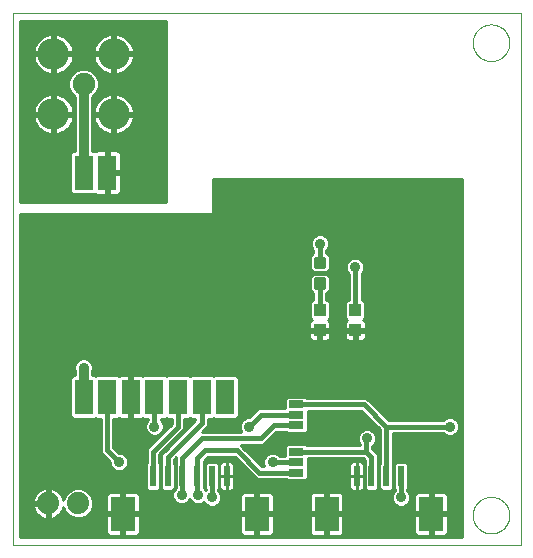
<source format=gtl>
G75*
%MOIN*%
%OFA0B0*%
%FSLAX25Y25*%
%IPPOS*%
%LPD*%
%AMOC8*
5,1,8,0,0,1.08239X$1,22.5*
%
%ADD10C,0.00000*%
%ADD11R,0.06299X0.11811*%
%ADD12R,0.05000X0.02500*%
%ADD13C,0.07500*%
%ADD14C,0.10500*%
%ADD15C,0.07400*%
%ADD16R,0.03937X0.04331*%
%ADD17C,0.01181*%
%ADD18R,0.01969X0.07087*%
%ADD19R,0.08268X0.11811*%
%ADD20C,0.03200*%
%ADD21C,0.01000*%
%ADD22C,0.03569*%
%ADD23C,0.01600*%
D10*
X0001545Y0001898D02*
X0001545Y0179064D01*
X0170836Y0179064D01*
X0170836Y0001898D01*
X0001545Y0001898D01*
X0154891Y0011741D02*
X0154893Y0011897D01*
X0154899Y0012053D01*
X0154909Y0012208D01*
X0154923Y0012363D01*
X0154941Y0012518D01*
X0154963Y0012672D01*
X0154988Y0012826D01*
X0155018Y0012979D01*
X0155052Y0013131D01*
X0155089Y0013283D01*
X0155130Y0013433D01*
X0155175Y0013582D01*
X0155224Y0013730D01*
X0155277Y0013877D01*
X0155333Y0014022D01*
X0155393Y0014166D01*
X0155457Y0014308D01*
X0155525Y0014449D01*
X0155596Y0014587D01*
X0155670Y0014724D01*
X0155748Y0014859D01*
X0155829Y0014992D01*
X0155914Y0015123D01*
X0156002Y0015252D01*
X0156093Y0015378D01*
X0156188Y0015502D01*
X0156285Y0015623D01*
X0156386Y0015742D01*
X0156490Y0015859D01*
X0156596Y0015972D01*
X0156706Y0016083D01*
X0156818Y0016191D01*
X0156933Y0016296D01*
X0157051Y0016399D01*
X0157171Y0016498D01*
X0157294Y0016594D01*
X0157419Y0016687D01*
X0157546Y0016776D01*
X0157676Y0016863D01*
X0157808Y0016946D01*
X0157942Y0017025D01*
X0158078Y0017102D01*
X0158216Y0017174D01*
X0158355Y0017244D01*
X0158497Y0017309D01*
X0158640Y0017371D01*
X0158784Y0017429D01*
X0158930Y0017484D01*
X0159078Y0017535D01*
X0159226Y0017582D01*
X0159376Y0017625D01*
X0159527Y0017664D01*
X0159679Y0017700D01*
X0159831Y0017731D01*
X0159985Y0017759D01*
X0160139Y0017783D01*
X0160293Y0017803D01*
X0160448Y0017819D01*
X0160604Y0017831D01*
X0160759Y0017839D01*
X0160915Y0017843D01*
X0161071Y0017843D01*
X0161227Y0017839D01*
X0161382Y0017831D01*
X0161538Y0017819D01*
X0161693Y0017803D01*
X0161847Y0017783D01*
X0162001Y0017759D01*
X0162155Y0017731D01*
X0162307Y0017700D01*
X0162459Y0017664D01*
X0162610Y0017625D01*
X0162760Y0017582D01*
X0162908Y0017535D01*
X0163056Y0017484D01*
X0163202Y0017429D01*
X0163346Y0017371D01*
X0163489Y0017309D01*
X0163631Y0017244D01*
X0163770Y0017174D01*
X0163908Y0017102D01*
X0164044Y0017025D01*
X0164178Y0016946D01*
X0164310Y0016863D01*
X0164440Y0016776D01*
X0164567Y0016687D01*
X0164692Y0016594D01*
X0164815Y0016498D01*
X0164935Y0016399D01*
X0165053Y0016296D01*
X0165168Y0016191D01*
X0165280Y0016083D01*
X0165390Y0015972D01*
X0165496Y0015859D01*
X0165600Y0015742D01*
X0165701Y0015623D01*
X0165798Y0015502D01*
X0165893Y0015378D01*
X0165984Y0015252D01*
X0166072Y0015123D01*
X0166157Y0014992D01*
X0166238Y0014859D01*
X0166316Y0014724D01*
X0166390Y0014587D01*
X0166461Y0014449D01*
X0166529Y0014308D01*
X0166593Y0014166D01*
X0166653Y0014022D01*
X0166709Y0013877D01*
X0166762Y0013730D01*
X0166811Y0013582D01*
X0166856Y0013433D01*
X0166897Y0013283D01*
X0166934Y0013131D01*
X0166968Y0012979D01*
X0166998Y0012826D01*
X0167023Y0012672D01*
X0167045Y0012518D01*
X0167063Y0012363D01*
X0167077Y0012208D01*
X0167087Y0012053D01*
X0167093Y0011897D01*
X0167095Y0011741D01*
X0167093Y0011585D01*
X0167087Y0011429D01*
X0167077Y0011274D01*
X0167063Y0011119D01*
X0167045Y0010964D01*
X0167023Y0010810D01*
X0166998Y0010656D01*
X0166968Y0010503D01*
X0166934Y0010351D01*
X0166897Y0010199D01*
X0166856Y0010049D01*
X0166811Y0009900D01*
X0166762Y0009752D01*
X0166709Y0009605D01*
X0166653Y0009460D01*
X0166593Y0009316D01*
X0166529Y0009174D01*
X0166461Y0009033D01*
X0166390Y0008895D01*
X0166316Y0008758D01*
X0166238Y0008623D01*
X0166157Y0008490D01*
X0166072Y0008359D01*
X0165984Y0008230D01*
X0165893Y0008104D01*
X0165798Y0007980D01*
X0165701Y0007859D01*
X0165600Y0007740D01*
X0165496Y0007623D01*
X0165390Y0007510D01*
X0165280Y0007399D01*
X0165168Y0007291D01*
X0165053Y0007186D01*
X0164935Y0007083D01*
X0164815Y0006984D01*
X0164692Y0006888D01*
X0164567Y0006795D01*
X0164440Y0006706D01*
X0164310Y0006619D01*
X0164178Y0006536D01*
X0164044Y0006457D01*
X0163908Y0006380D01*
X0163770Y0006308D01*
X0163631Y0006238D01*
X0163489Y0006173D01*
X0163346Y0006111D01*
X0163202Y0006053D01*
X0163056Y0005998D01*
X0162908Y0005947D01*
X0162760Y0005900D01*
X0162610Y0005857D01*
X0162459Y0005818D01*
X0162307Y0005782D01*
X0162155Y0005751D01*
X0162001Y0005723D01*
X0161847Y0005699D01*
X0161693Y0005679D01*
X0161538Y0005663D01*
X0161382Y0005651D01*
X0161227Y0005643D01*
X0161071Y0005639D01*
X0160915Y0005639D01*
X0160759Y0005643D01*
X0160604Y0005651D01*
X0160448Y0005663D01*
X0160293Y0005679D01*
X0160139Y0005699D01*
X0159985Y0005723D01*
X0159831Y0005751D01*
X0159679Y0005782D01*
X0159527Y0005818D01*
X0159376Y0005857D01*
X0159226Y0005900D01*
X0159078Y0005947D01*
X0158930Y0005998D01*
X0158784Y0006053D01*
X0158640Y0006111D01*
X0158497Y0006173D01*
X0158355Y0006238D01*
X0158216Y0006308D01*
X0158078Y0006380D01*
X0157942Y0006457D01*
X0157808Y0006536D01*
X0157676Y0006619D01*
X0157546Y0006706D01*
X0157419Y0006795D01*
X0157294Y0006888D01*
X0157171Y0006984D01*
X0157051Y0007083D01*
X0156933Y0007186D01*
X0156818Y0007291D01*
X0156706Y0007399D01*
X0156596Y0007510D01*
X0156490Y0007623D01*
X0156386Y0007740D01*
X0156285Y0007859D01*
X0156188Y0007980D01*
X0156093Y0008104D01*
X0156002Y0008230D01*
X0155914Y0008359D01*
X0155829Y0008490D01*
X0155748Y0008623D01*
X0155670Y0008758D01*
X0155596Y0008895D01*
X0155525Y0009033D01*
X0155457Y0009174D01*
X0155393Y0009316D01*
X0155333Y0009460D01*
X0155277Y0009605D01*
X0155224Y0009752D01*
X0155175Y0009900D01*
X0155130Y0010049D01*
X0155089Y0010199D01*
X0155052Y0010351D01*
X0155018Y0010503D01*
X0154988Y0010656D01*
X0154963Y0010810D01*
X0154941Y0010964D01*
X0154923Y0011119D01*
X0154909Y0011274D01*
X0154899Y0011429D01*
X0154893Y0011585D01*
X0154891Y0011741D01*
X0154891Y0169221D02*
X0154893Y0169377D01*
X0154899Y0169533D01*
X0154909Y0169688D01*
X0154923Y0169843D01*
X0154941Y0169998D01*
X0154963Y0170152D01*
X0154988Y0170306D01*
X0155018Y0170459D01*
X0155052Y0170611D01*
X0155089Y0170763D01*
X0155130Y0170913D01*
X0155175Y0171062D01*
X0155224Y0171210D01*
X0155277Y0171357D01*
X0155333Y0171502D01*
X0155393Y0171646D01*
X0155457Y0171788D01*
X0155525Y0171929D01*
X0155596Y0172067D01*
X0155670Y0172204D01*
X0155748Y0172339D01*
X0155829Y0172472D01*
X0155914Y0172603D01*
X0156002Y0172732D01*
X0156093Y0172858D01*
X0156188Y0172982D01*
X0156285Y0173103D01*
X0156386Y0173222D01*
X0156490Y0173339D01*
X0156596Y0173452D01*
X0156706Y0173563D01*
X0156818Y0173671D01*
X0156933Y0173776D01*
X0157051Y0173879D01*
X0157171Y0173978D01*
X0157294Y0174074D01*
X0157419Y0174167D01*
X0157546Y0174256D01*
X0157676Y0174343D01*
X0157808Y0174426D01*
X0157942Y0174505D01*
X0158078Y0174582D01*
X0158216Y0174654D01*
X0158355Y0174724D01*
X0158497Y0174789D01*
X0158640Y0174851D01*
X0158784Y0174909D01*
X0158930Y0174964D01*
X0159078Y0175015D01*
X0159226Y0175062D01*
X0159376Y0175105D01*
X0159527Y0175144D01*
X0159679Y0175180D01*
X0159831Y0175211D01*
X0159985Y0175239D01*
X0160139Y0175263D01*
X0160293Y0175283D01*
X0160448Y0175299D01*
X0160604Y0175311D01*
X0160759Y0175319D01*
X0160915Y0175323D01*
X0161071Y0175323D01*
X0161227Y0175319D01*
X0161382Y0175311D01*
X0161538Y0175299D01*
X0161693Y0175283D01*
X0161847Y0175263D01*
X0162001Y0175239D01*
X0162155Y0175211D01*
X0162307Y0175180D01*
X0162459Y0175144D01*
X0162610Y0175105D01*
X0162760Y0175062D01*
X0162908Y0175015D01*
X0163056Y0174964D01*
X0163202Y0174909D01*
X0163346Y0174851D01*
X0163489Y0174789D01*
X0163631Y0174724D01*
X0163770Y0174654D01*
X0163908Y0174582D01*
X0164044Y0174505D01*
X0164178Y0174426D01*
X0164310Y0174343D01*
X0164440Y0174256D01*
X0164567Y0174167D01*
X0164692Y0174074D01*
X0164815Y0173978D01*
X0164935Y0173879D01*
X0165053Y0173776D01*
X0165168Y0173671D01*
X0165280Y0173563D01*
X0165390Y0173452D01*
X0165496Y0173339D01*
X0165600Y0173222D01*
X0165701Y0173103D01*
X0165798Y0172982D01*
X0165893Y0172858D01*
X0165984Y0172732D01*
X0166072Y0172603D01*
X0166157Y0172472D01*
X0166238Y0172339D01*
X0166316Y0172204D01*
X0166390Y0172067D01*
X0166461Y0171929D01*
X0166529Y0171788D01*
X0166593Y0171646D01*
X0166653Y0171502D01*
X0166709Y0171357D01*
X0166762Y0171210D01*
X0166811Y0171062D01*
X0166856Y0170913D01*
X0166897Y0170763D01*
X0166934Y0170611D01*
X0166968Y0170459D01*
X0166998Y0170306D01*
X0167023Y0170152D01*
X0167045Y0169998D01*
X0167063Y0169843D01*
X0167077Y0169688D01*
X0167087Y0169533D01*
X0167093Y0169377D01*
X0167095Y0169221D01*
X0167093Y0169065D01*
X0167087Y0168909D01*
X0167077Y0168754D01*
X0167063Y0168599D01*
X0167045Y0168444D01*
X0167023Y0168290D01*
X0166998Y0168136D01*
X0166968Y0167983D01*
X0166934Y0167831D01*
X0166897Y0167679D01*
X0166856Y0167529D01*
X0166811Y0167380D01*
X0166762Y0167232D01*
X0166709Y0167085D01*
X0166653Y0166940D01*
X0166593Y0166796D01*
X0166529Y0166654D01*
X0166461Y0166513D01*
X0166390Y0166375D01*
X0166316Y0166238D01*
X0166238Y0166103D01*
X0166157Y0165970D01*
X0166072Y0165839D01*
X0165984Y0165710D01*
X0165893Y0165584D01*
X0165798Y0165460D01*
X0165701Y0165339D01*
X0165600Y0165220D01*
X0165496Y0165103D01*
X0165390Y0164990D01*
X0165280Y0164879D01*
X0165168Y0164771D01*
X0165053Y0164666D01*
X0164935Y0164563D01*
X0164815Y0164464D01*
X0164692Y0164368D01*
X0164567Y0164275D01*
X0164440Y0164186D01*
X0164310Y0164099D01*
X0164178Y0164016D01*
X0164044Y0163937D01*
X0163908Y0163860D01*
X0163770Y0163788D01*
X0163631Y0163718D01*
X0163489Y0163653D01*
X0163346Y0163591D01*
X0163202Y0163533D01*
X0163056Y0163478D01*
X0162908Y0163427D01*
X0162760Y0163380D01*
X0162610Y0163337D01*
X0162459Y0163298D01*
X0162307Y0163262D01*
X0162155Y0163231D01*
X0162001Y0163203D01*
X0161847Y0163179D01*
X0161693Y0163159D01*
X0161538Y0163143D01*
X0161382Y0163131D01*
X0161227Y0163123D01*
X0161071Y0163119D01*
X0160915Y0163119D01*
X0160759Y0163123D01*
X0160604Y0163131D01*
X0160448Y0163143D01*
X0160293Y0163159D01*
X0160139Y0163179D01*
X0159985Y0163203D01*
X0159831Y0163231D01*
X0159679Y0163262D01*
X0159527Y0163298D01*
X0159376Y0163337D01*
X0159226Y0163380D01*
X0159078Y0163427D01*
X0158930Y0163478D01*
X0158784Y0163533D01*
X0158640Y0163591D01*
X0158497Y0163653D01*
X0158355Y0163718D01*
X0158216Y0163788D01*
X0158078Y0163860D01*
X0157942Y0163937D01*
X0157808Y0164016D01*
X0157676Y0164099D01*
X0157546Y0164186D01*
X0157419Y0164275D01*
X0157294Y0164368D01*
X0157171Y0164464D01*
X0157051Y0164563D01*
X0156933Y0164666D01*
X0156818Y0164771D01*
X0156706Y0164879D01*
X0156596Y0164990D01*
X0156490Y0165103D01*
X0156386Y0165220D01*
X0156285Y0165339D01*
X0156188Y0165460D01*
X0156093Y0165584D01*
X0156002Y0165710D01*
X0155914Y0165839D01*
X0155829Y0165970D01*
X0155748Y0166103D01*
X0155670Y0166238D01*
X0155596Y0166375D01*
X0155525Y0166513D01*
X0155457Y0166654D01*
X0155393Y0166796D01*
X0155333Y0166940D01*
X0155277Y0167085D01*
X0155224Y0167232D01*
X0155175Y0167380D01*
X0155130Y0167529D01*
X0155089Y0167679D01*
X0155052Y0167831D01*
X0155018Y0167983D01*
X0154988Y0168136D01*
X0154963Y0168290D01*
X0154941Y0168444D01*
X0154923Y0168599D01*
X0154909Y0168754D01*
X0154899Y0168909D01*
X0154893Y0169065D01*
X0154891Y0169221D01*
D11*
X0033041Y0125914D03*
X0025167Y0125914D03*
X0025167Y0051111D03*
X0033041Y0051111D03*
X0040915Y0051111D03*
X0048789Y0051111D03*
X0056663Y0051111D03*
X0064537Y0051111D03*
X0072411Y0051111D03*
D12*
X0096033Y0048705D03*
X0096033Y0045205D03*
X0096033Y0041705D03*
X0096033Y0032957D03*
X0096033Y0029457D03*
X0096033Y0025957D03*
D13*
X0025167Y0155441D03*
D14*
X0035206Y0165480D03*
X0015128Y0165480D03*
X0015128Y0145402D03*
X0035206Y0145402D03*
D15*
X0023356Y0015678D03*
X0013356Y0015678D03*
D16*
X0103907Y0073355D03*
X0103907Y0080048D03*
X0115718Y0080048D03*
X0115718Y0073355D03*
D17*
X0105285Y0090375D02*
X0102529Y0090375D01*
X0105285Y0090375D02*
X0105285Y0087619D01*
X0102529Y0087619D01*
X0102529Y0090375D01*
X0102529Y0088799D02*
X0105285Y0088799D01*
X0105285Y0089979D02*
X0102529Y0089979D01*
X0102529Y0097280D02*
X0105285Y0097280D01*
X0105285Y0094524D01*
X0102529Y0094524D01*
X0102529Y0097280D01*
X0102529Y0095704D02*
X0105285Y0095704D01*
X0105285Y0096884D02*
X0102529Y0096884D01*
D18*
X0116210Y0024733D03*
X0121131Y0024733D03*
X0126052Y0024733D03*
X0130974Y0024733D03*
X0072903Y0024733D03*
X0067982Y0024733D03*
X0063060Y0024733D03*
X0058139Y0024733D03*
X0053218Y0024733D03*
X0048297Y0024733D03*
D19*
X0038257Y0012134D03*
X0082942Y0012134D03*
X0106171Y0012134D03*
X0141013Y0012134D03*
D20*
X0025167Y0051111D02*
X0025167Y0060953D01*
X0025167Y0125914D02*
X0025167Y0155441D01*
D21*
X0029900Y0153672D02*
X0052726Y0153672D01*
X0052726Y0154670D02*
X0030217Y0154670D01*
X0030217Y0154437D02*
X0029448Y0152581D01*
X0028067Y0151200D01*
X0028067Y0133119D01*
X0028855Y0133119D01*
X0028962Y0133012D01*
X0028970Y0133020D01*
X0029312Y0133217D01*
X0029694Y0133319D01*
X0032541Y0133319D01*
X0032541Y0126414D01*
X0033541Y0126414D01*
X0037690Y0126414D01*
X0037690Y0132017D01*
X0037588Y0132398D01*
X0037391Y0132740D01*
X0037111Y0133020D01*
X0036769Y0133217D01*
X0036388Y0133319D01*
X0033541Y0133319D01*
X0033541Y0126414D01*
X0033541Y0125414D01*
X0037690Y0125414D01*
X0037690Y0119811D01*
X0037588Y0119429D01*
X0037391Y0119087D01*
X0037111Y0118808D01*
X0036769Y0118611D01*
X0036388Y0118508D01*
X0033541Y0118508D01*
X0033541Y0125414D01*
X0032541Y0125414D01*
X0032541Y0118508D01*
X0029694Y0118508D01*
X0029312Y0118611D01*
X0028970Y0118808D01*
X0028962Y0118816D01*
X0028855Y0118708D01*
X0021479Y0118708D01*
X0020717Y0119470D01*
X0020717Y0132358D01*
X0021479Y0133119D01*
X0022267Y0133119D01*
X0022267Y0151200D01*
X0020885Y0152581D01*
X0020117Y0154437D01*
X0020117Y0156446D01*
X0020885Y0158302D01*
X0022306Y0159723D01*
X0024162Y0160491D01*
X0026171Y0160491D01*
X0028027Y0159723D01*
X0029448Y0158302D01*
X0030217Y0156446D01*
X0030217Y0154437D01*
X0030217Y0155669D02*
X0052726Y0155669D01*
X0052726Y0156667D02*
X0030125Y0156667D01*
X0029711Y0157666D02*
X0052726Y0157666D01*
X0052726Y0158664D02*
X0029085Y0158664D01*
X0028087Y0159663D02*
X0031782Y0159663D01*
X0031447Y0159856D02*
X0032214Y0159414D01*
X0033031Y0159075D01*
X0033886Y0158846D01*
X0034706Y0158738D01*
X0034706Y0164980D01*
X0035706Y0164980D01*
X0035706Y0165980D01*
X0041948Y0165980D01*
X0041840Y0166800D01*
X0041611Y0167655D01*
X0041273Y0168472D01*
X0040830Y0169239D01*
X0040291Y0169941D01*
X0039666Y0170566D01*
X0038964Y0171105D01*
X0038197Y0171547D01*
X0037380Y0171886D01*
X0036525Y0172115D01*
X0035706Y0172223D01*
X0035706Y0165980D01*
X0034706Y0165980D01*
X0034706Y0164980D01*
X0028463Y0164980D01*
X0028571Y0164161D01*
X0028800Y0163306D01*
X0029139Y0162489D01*
X0029581Y0161722D01*
X0030120Y0161020D01*
X0030745Y0160395D01*
X0031447Y0159856D01*
X0030479Y0160661D02*
X0019855Y0160661D01*
X0019588Y0160395D02*
X0020213Y0161020D01*
X0020752Y0161722D01*
X0021195Y0162489D01*
X0021533Y0163306D01*
X0021762Y0164161D01*
X0021870Y0164980D01*
X0015628Y0164980D01*
X0015628Y0158738D01*
X0016447Y0158846D01*
X0017302Y0159075D01*
X0018120Y0159414D01*
X0018886Y0159856D01*
X0019588Y0160395D01*
X0018551Y0159663D02*
X0022246Y0159663D01*
X0021248Y0158664D02*
X0004045Y0158664D01*
X0004045Y0157666D02*
X0020622Y0157666D01*
X0020208Y0156667D02*
X0004045Y0156667D01*
X0004045Y0155669D02*
X0020117Y0155669D01*
X0020117Y0154670D02*
X0004045Y0154670D01*
X0004045Y0153672D02*
X0020434Y0153672D01*
X0020847Y0152673D02*
X0004045Y0152673D01*
X0004045Y0151675D02*
X0012632Y0151675D01*
X0012953Y0151808D02*
X0012136Y0151469D01*
X0011370Y0151027D01*
X0010668Y0150488D01*
X0010042Y0149863D01*
X0009503Y0149161D01*
X0009061Y0148394D01*
X0008722Y0147577D01*
X0008493Y0146722D01*
X0008385Y0145902D01*
X0014628Y0145902D01*
X0014628Y0144902D01*
X0015628Y0144902D01*
X0015628Y0145902D01*
X0021870Y0145902D01*
X0021762Y0146722D01*
X0021533Y0147577D01*
X0021195Y0148394D01*
X0020752Y0149161D01*
X0020213Y0149863D01*
X0019588Y0150488D01*
X0018886Y0151027D01*
X0018120Y0151469D01*
X0017302Y0151808D01*
X0016447Y0152037D01*
X0015628Y0152145D01*
X0015628Y0145903D01*
X0014628Y0145903D01*
X0014628Y0152145D01*
X0013808Y0152037D01*
X0012953Y0151808D01*
X0014628Y0151675D02*
X0015628Y0151675D01*
X0015628Y0150676D02*
X0014628Y0150676D01*
X0014628Y0149678D02*
X0015628Y0149678D01*
X0015628Y0148679D02*
X0014628Y0148679D01*
X0014628Y0147681D02*
X0015628Y0147681D01*
X0015628Y0146682D02*
X0014628Y0146682D01*
X0014628Y0145684D02*
X0004045Y0145684D01*
X0004045Y0146682D02*
X0008488Y0146682D01*
X0008765Y0147681D02*
X0004045Y0147681D01*
X0004045Y0148679D02*
X0009225Y0148679D01*
X0009900Y0149678D02*
X0004045Y0149678D01*
X0004045Y0150676D02*
X0010913Y0150676D01*
X0008385Y0144902D02*
X0008493Y0144083D01*
X0008722Y0143228D01*
X0009061Y0142411D01*
X0009503Y0141644D01*
X0010042Y0140942D01*
X0010668Y0140317D01*
X0011370Y0139778D01*
X0012136Y0139336D01*
X0012953Y0138997D01*
X0013808Y0138768D01*
X0014628Y0138660D01*
X0014628Y0144902D01*
X0008385Y0144902D01*
X0008414Y0144685D02*
X0004045Y0144685D01*
X0004045Y0143687D02*
X0008599Y0143687D01*
X0008946Y0142688D02*
X0004045Y0142688D01*
X0004045Y0141690D02*
X0009477Y0141690D01*
X0010293Y0140691D02*
X0004045Y0140691D01*
X0004045Y0139693D02*
X0011517Y0139693D01*
X0014368Y0138694D02*
X0004045Y0138694D01*
X0004045Y0137696D02*
X0022267Y0137696D01*
X0022267Y0138694D02*
X0015887Y0138694D01*
X0015628Y0138694D02*
X0014628Y0138694D01*
X0014628Y0139693D02*
X0015628Y0139693D01*
X0015628Y0140691D02*
X0014628Y0140691D01*
X0014628Y0141690D02*
X0015628Y0141690D01*
X0015628Y0142688D02*
X0014628Y0142688D01*
X0014628Y0143687D02*
X0015628Y0143687D01*
X0015628Y0144685D02*
X0014628Y0144685D01*
X0015628Y0144902D02*
X0015628Y0138660D01*
X0016447Y0138768D01*
X0017302Y0138997D01*
X0018120Y0139336D01*
X0018886Y0139778D01*
X0019588Y0140317D01*
X0020213Y0140942D01*
X0020752Y0141644D01*
X0021195Y0142411D01*
X0021533Y0143228D01*
X0021762Y0144083D01*
X0021870Y0144902D01*
X0015628Y0144902D01*
X0015628Y0145684D02*
X0022267Y0145684D01*
X0022267Y0146682D02*
X0021767Y0146682D01*
X0021490Y0147681D02*
X0022267Y0147681D01*
X0022267Y0148679D02*
X0021030Y0148679D01*
X0020355Y0149678D02*
X0022267Y0149678D01*
X0022267Y0150676D02*
X0019343Y0150676D01*
X0017623Y0151675D02*
X0021791Y0151675D01*
X0028067Y0150676D02*
X0030991Y0150676D01*
X0030745Y0150488D02*
X0030120Y0149863D01*
X0029581Y0149161D01*
X0029139Y0148394D01*
X0028800Y0147577D01*
X0028571Y0146722D01*
X0028463Y0145902D01*
X0034706Y0145902D01*
X0034706Y0144902D01*
X0035706Y0144902D01*
X0035706Y0145902D01*
X0041948Y0145902D01*
X0041840Y0146722D01*
X0041611Y0147577D01*
X0041273Y0148394D01*
X0040830Y0149161D01*
X0040291Y0149863D01*
X0039666Y0150488D01*
X0038964Y0151027D01*
X0038197Y0151469D01*
X0037380Y0151808D01*
X0036525Y0152037D01*
X0035706Y0152145D01*
X0035706Y0145903D01*
X0034706Y0145903D01*
X0034706Y0152145D01*
X0033886Y0152037D01*
X0033031Y0151808D01*
X0032214Y0151469D01*
X0031447Y0151027D01*
X0030745Y0150488D01*
X0029978Y0149678D02*
X0028067Y0149678D01*
X0028067Y0148679D02*
X0029303Y0148679D01*
X0028843Y0147681D02*
X0028067Y0147681D01*
X0028067Y0146682D02*
X0028566Y0146682D01*
X0028067Y0145684D02*
X0034706Y0145684D01*
X0034706Y0144902D02*
X0028463Y0144902D01*
X0028571Y0144083D01*
X0028800Y0143228D01*
X0029139Y0142411D01*
X0029581Y0141644D01*
X0030120Y0140942D01*
X0030745Y0140317D01*
X0031447Y0139778D01*
X0032214Y0139336D01*
X0033031Y0138997D01*
X0033886Y0138768D01*
X0034706Y0138660D01*
X0034706Y0144902D01*
X0034706Y0144685D02*
X0035706Y0144685D01*
X0035706Y0144902D02*
X0035706Y0138660D01*
X0036525Y0138768D01*
X0037380Y0138997D01*
X0038197Y0139336D01*
X0038964Y0139778D01*
X0039666Y0140317D01*
X0040291Y0140942D01*
X0040830Y0141644D01*
X0041273Y0142411D01*
X0041611Y0143228D01*
X0041840Y0144083D01*
X0041948Y0144902D01*
X0035706Y0144902D01*
X0035706Y0145684D02*
X0052726Y0145684D01*
X0052726Y0146682D02*
X0041845Y0146682D01*
X0041568Y0147681D02*
X0052726Y0147681D01*
X0052726Y0148679D02*
X0041108Y0148679D01*
X0040433Y0149678D02*
X0052726Y0149678D01*
X0052726Y0150676D02*
X0039421Y0150676D01*
X0037701Y0151675D02*
X0052726Y0151675D01*
X0052726Y0152673D02*
X0029486Y0152673D01*
X0028542Y0151675D02*
X0032710Y0151675D01*
X0034706Y0151675D02*
X0035706Y0151675D01*
X0035706Y0150676D02*
X0034706Y0150676D01*
X0034706Y0149678D02*
X0035706Y0149678D01*
X0035706Y0148679D02*
X0034706Y0148679D01*
X0034706Y0147681D02*
X0035706Y0147681D01*
X0035706Y0146682D02*
X0034706Y0146682D01*
X0034706Y0143687D02*
X0035706Y0143687D01*
X0035706Y0142688D02*
X0034706Y0142688D01*
X0034706Y0141690D02*
X0035706Y0141690D01*
X0035706Y0140691D02*
X0034706Y0140691D01*
X0034706Y0139693D02*
X0035706Y0139693D01*
X0035706Y0138694D02*
X0034706Y0138694D01*
X0034446Y0138694D02*
X0028067Y0138694D01*
X0028067Y0137696D02*
X0052726Y0137696D01*
X0052726Y0138694D02*
X0035965Y0138694D01*
X0038816Y0139693D02*
X0052726Y0139693D01*
X0052726Y0140691D02*
X0040040Y0140691D01*
X0040856Y0141690D02*
X0052726Y0141690D01*
X0052726Y0142688D02*
X0041388Y0142688D01*
X0041734Y0143687D02*
X0052726Y0143687D01*
X0052726Y0144685D02*
X0041919Y0144685D01*
X0031595Y0139693D02*
X0028067Y0139693D01*
X0028067Y0140691D02*
X0030371Y0140691D01*
X0029555Y0141690D02*
X0028067Y0141690D01*
X0028067Y0142688D02*
X0029024Y0142688D01*
X0028677Y0143687D02*
X0028067Y0143687D01*
X0028067Y0144685D02*
X0028492Y0144685D01*
X0022267Y0144685D02*
X0021841Y0144685D01*
X0021656Y0143687D02*
X0022267Y0143687D01*
X0022267Y0142688D02*
X0021310Y0142688D01*
X0020778Y0141690D02*
X0022267Y0141690D01*
X0022267Y0140691D02*
X0019962Y0140691D01*
X0018738Y0139693D02*
X0022267Y0139693D01*
X0022267Y0136697D02*
X0004045Y0136697D01*
X0004045Y0135699D02*
X0022267Y0135699D01*
X0022267Y0134700D02*
X0004045Y0134700D01*
X0004045Y0133702D02*
X0022267Y0133702D01*
X0021062Y0132703D02*
X0004045Y0132703D01*
X0004045Y0131705D02*
X0020717Y0131705D01*
X0020717Y0130706D02*
X0004045Y0130706D01*
X0004045Y0129708D02*
X0020717Y0129708D01*
X0020717Y0128709D02*
X0004045Y0128709D01*
X0004045Y0127711D02*
X0020717Y0127711D01*
X0020717Y0126712D02*
X0004045Y0126712D01*
X0004045Y0125714D02*
X0020717Y0125714D01*
X0020717Y0124715D02*
X0004045Y0124715D01*
X0004045Y0123717D02*
X0020717Y0123717D01*
X0020717Y0122718D02*
X0004045Y0122718D01*
X0004045Y0121720D02*
X0020717Y0121720D01*
X0020717Y0120721D02*
X0004045Y0120721D01*
X0004045Y0119722D02*
X0020717Y0119722D01*
X0021463Y0118724D02*
X0004045Y0118724D01*
X0004045Y0117725D02*
X0052726Y0117725D01*
X0052726Y0116727D02*
X0004045Y0116727D01*
X0004045Y0116071D02*
X0004045Y0176564D01*
X0052726Y0176564D01*
X0052726Y0116071D01*
X0004045Y0116071D01*
X0004045Y0112134D02*
X0068474Y0112134D01*
X0068474Y0123945D01*
X0151151Y0123945D01*
X0151151Y0004398D01*
X0004045Y0004398D01*
X0004045Y0112134D01*
X0004045Y0111734D02*
X0151151Y0111734D01*
X0151151Y0110736D02*
X0004045Y0110736D01*
X0004045Y0109737D02*
X0151151Y0109737D01*
X0151151Y0108739D02*
X0004045Y0108739D01*
X0004045Y0107740D02*
X0151151Y0107740D01*
X0151151Y0106742D02*
X0004045Y0106742D01*
X0004045Y0105743D02*
X0151151Y0105743D01*
X0151151Y0104745D02*
X0105816Y0104745D01*
X0105654Y0104907D02*
X0104520Y0105376D01*
X0103293Y0105376D01*
X0102160Y0104907D01*
X0101292Y0104039D01*
X0100823Y0102905D01*
X0100823Y0101678D01*
X0101292Y0100545D01*
X0101807Y0100030D01*
X0101807Y0099171D01*
X0101746Y0099171D01*
X0100638Y0098063D01*
X0100638Y0093741D01*
X0101746Y0092634D01*
X0106068Y0092634D01*
X0107175Y0093741D01*
X0107175Y0098063D01*
X0106068Y0099171D01*
X0106007Y0099171D01*
X0106007Y0100030D01*
X0106522Y0100545D01*
X0106991Y0101678D01*
X0106991Y0102905D01*
X0106522Y0104039D01*
X0105654Y0104907D01*
X0106643Y0103746D02*
X0151151Y0103746D01*
X0151151Y0102748D02*
X0106991Y0102748D01*
X0106991Y0101749D02*
X0151151Y0101749D01*
X0151151Y0100751D02*
X0106607Y0100751D01*
X0106007Y0099752D02*
X0151151Y0099752D01*
X0151151Y0098754D02*
X0106485Y0098754D01*
X0107175Y0097755D02*
X0151151Y0097755D01*
X0151151Y0096757D02*
X0117741Y0096757D01*
X0117465Y0097033D02*
X0116331Y0097502D01*
X0115104Y0097502D01*
X0113971Y0097033D01*
X0113103Y0096165D01*
X0112634Y0095031D01*
X0112634Y0093804D01*
X0113103Y0092671D01*
X0113618Y0092156D01*
X0113618Y0083513D01*
X0113211Y0083513D01*
X0112449Y0082752D01*
X0112449Y0077344D01*
X0112983Y0076810D01*
X0112828Y0076720D01*
X0112549Y0076441D01*
X0112352Y0076099D01*
X0112249Y0075718D01*
X0112249Y0073839D01*
X0115234Y0073839D01*
X0115234Y0072871D01*
X0116202Y0072871D01*
X0116202Y0073839D01*
X0119186Y0073839D01*
X0119186Y0075718D01*
X0119084Y0076099D01*
X0118887Y0076441D01*
X0118607Y0076720D01*
X0118452Y0076810D01*
X0118986Y0077344D01*
X0118986Y0082752D01*
X0118225Y0083513D01*
X0117818Y0083513D01*
X0117818Y0092156D01*
X0118333Y0092671D01*
X0118802Y0093804D01*
X0118802Y0095031D01*
X0118333Y0096165D01*
X0117465Y0097033D01*
X0118501Y0095758D02*
X0151151Y0095758D01*
X0151151Y0094760D02*
X0118802Y0094760D01*
X0118784Y0093761D02*
X0151151Y0093761D01*
X0151151Y0092763D02*
X0118371Y0092763D01*
X0117818Y0091764D02*
X0151151Y0091764D01*
X0151151Y0090766D02*
X0117818Y0090766D01*
X0117818Y0089767D02*
X0151151Y0089767D01*
X0151151Y0088769D02*
X0117818Y0088769D01*
X0117818Y0087770D02*
X0151151Y0087770D01*
X0151151Y0086772D02*
X0117818Y0086772D01*
X0117818Y0085773D02*
X0151151Y0085773D01*
X0151151Y0084775D02*
X0117818Y0084775D01*
X0117818Y0083776D02*
X0151151Y0083776D01*
X0151151Y0082778D02*
X0118960Y0082778D01*
X0118986Y0081779D02*
X0151151Y0081779D01*
X0151151Y0080781D02*
X0118986Y0080781D01*
X0118986Y0079782D02*
X0151151Y0079782D01*
X0151151Y0078784D02*
X0118986Y0078784D01*
X0118986Y0077785D02*
X0151151Y0077785D01*
X0151151Y0076787D02*
X0118493Y0076787D01*
X0119167Y0075788D02*
X0151151Y0075788D01*
X0151151Y0074789D02*
X0119186Y0074789D01*
X0119186Y0072871D02*
X0116202Y0072871D01*
X0116202Y0069689D01*
X0117884Y0069689D01*
X0118265Y0069792D01*
X0118607Y0069989D01*
X0118887Y0070268D01*
X0119084Y0070611D01*
X0119186Y0070992D01*
X0119186Y0072871D01*
X0119186Y0072792D02*
X0151151Y0072792D01*
X0151151Y0071794D02*
X0119186Y0071794D01*
X0119134Y0070795D02*
X0151151Y0070795D01*
X0151151Y0069797D02*
X0118274Y0069797D01*
X0116202Y0069797D02*
X0115234Y0069797D01*
X0115234Y0069689D02*
X0115234Y0072871D01*
X0112249Y0072871D01*
X0112249Y0070992D01*
X0112352Y0070611D01*
X0112549Y0070268D01*
X0112828Y0069989D01*
X0113170Y0069792D01*
X0113552Y0069689D01*
X0115234Y0069689D01*
X0115234Y0070795D02*
X0116202Y0070795D01*
X0116202Y0071794D02*
X0115234Y0071794D01*
X0115234Y0072792D02*
X0116202Y0072792D01*
X0116202Y0073791D02*
X0151151Y0073791D01*
X0151151Y0068798D02*
X0004045Y0068798D01*
X0004045Y0067800D02*
X0151151Y0067800D01*
X0151151Y0066801D02*
X0004045Y0066801D01*
X0004045Y0065803D02*
X0151151Y0065803D01*
X0151151Y0064804D02*
X0004045Y0064804D01*
X0004045Y0063806D02*
X0023994Y0063806D01*
X0024553Y0064038D02*
X0023420Y0063568D01*
X0022552Y0062700D01*
X0022082Y0061567D01*
X0022082Y0060340D01*
X0022267Y0059895D01*
X0022267Y0058316D01*
X0021479Y0058316D01*
X0020717Y0057555D01*
X0020717Y0044667D01*
X0021479Y0043905D01*
X0028855Y0043905D01*
X0029104Y0044154D01*
X0029353Y0043905D01*
X0030941Y0043905D01*
X0030941Y0032524D01*
X0033893Y0029572D01*
X0033893Y0028844D01*
X0034363Y0027710D01*
X0035231Y0026843D01*
X0036364Y0026373D01*
X0037591Y0026373D01*
X0038725Y0026843D01*
X0039592Y0027710D01*
X0040062Y0028844D01*
X0040062Y0030071D01*
X0039592Y0031204D01*
X0038725Y0032072D01*
X0037591Y0032541D01*
X0036863Y0032541D01*
X0035141Y0034264D01*
X0035141Y0043905D01*
X0036729Y0043905D01*
X0036836Y0044013D01*
X0036844Y0044005D01*
X0037186Y0043807D01*
X0037568Y0043705D01*
X0040415Y0043705D01*
X0040415Y0050611D01*
X0041415Y0050611D01*
X0041415Y0043705D01*
X0044262Y0043705D01*
X0044643Y0043807D01*
X0044985Y0044005D01*
X0044993Y0044013D01*
X0045101Y0043905D01*
X0046689Y0043905D01*
X0046689Y0043530D01*
X0046174Y0043015D01*
X0045704Y0041882D01*
X0045704Y0040655D01*
X0046174Y0039521D01*
X0047042Y0038654D01*
X0048175Y0038184D01*
X0049402Y0038184D01*
X0050536Y0038654D01*
X0051403Y0039521D01*
X0051873Y0040655D01*
X0051873Y0041882D01*
X0051403Y0043015D01*
X0050889Y0043530D01*
X0050889Y0043905D01*
X0052477Y0043905D01*
X0052726Y0044154D01*
X0052975Y0043905D01*
X0054563Y0043905D01*
X0054563Y0042138D01*
X0047427Y0035002D01*
X0046197Y0033772D01*
X0046197Y0028999D01*
X0046012Y0028815D01*
X0046012Y0020651D01*
X0046774Y0019889D01*
X0049819Y0019889D01*
X0050581Y0020651D01*
X0050581Y0028815D01*
X0050397Y0028999D01*
X0050397Y0032032D01*
X0058763Y0040398D01*
X0058763Y0043905D01*
X0060351Y0043905D01*
X0060600Y0044154D01*
X0060849Y0043905D01*
X0062437Y0043905D01*
X0062437Y0043319D01*
X0052348Y0033230D01*
X0051118Y0032000D01*
X0051118Y0028999D01*
X0050934Y0028815D01*
X0050934Y0020651D01*
X0051695Y0019889D01*
X0054741Y0019889D01*
X0055502Y0020651D01*
X0055502Y0028815D01*
X0055318Y0028999D01*
X0055318Y0030261D01*
X0056039Y0030982D01*
X0056039Y0028999D01*
X0055855Y0028815D01*
X0055855Y0020806D01*
X0055229Y0020181D01*
X0054760Y0019047D01*
X0054760Y0017820D01*
X0055229Y0016686D01*
X0056097Y0015819D01*
X0057230Y0015349D01*
X0058457Y0015349D01*
X0059591Y0015819D01*
X0060459Y0016686D01*
X0060600Y0017027D01*
X0060741Y0016686D01*
X0061609Y0015819D01*
X0062742Y0015349D01*
X0063969Y0015349D01*
X0065103Y0015819D01*
X0065313Y0016029D01*
X0065367Y0015899D01*
X0066235Y0015031D01*
X0067368Y0014562D01*
X0068595Y0014562D01*
X0069729Y0015031D01*
X0070596Y0015899D01*
X0071066Y0017033D01*
X0071066Y0018260D01*
X0070596Y0019393D01*
X0070082Y0019908D01*
X0070082Y0020467D01*
X0070266Y0020651D01*
X0070266Y0028815D01*
X0069504Y0029576D01*
X0066459Y0029576D01*
X0065697Y0028815D01*
X0065697Y0020651D01*
X0065882Y0020467D01*
X0065882Y0020269D01*
X0065345Y0020806D01*
X0065345Y0028815D01*
X0065160Y0028999D01*
X0065160Y0029867D01*
X0066588Y0031294D01*
X0075478Y0031294D01*
X0082915Y0023857D01*
X0092544Y0023857D01*
X0092994Y0023407D01*
X0099071Y0023407D01*
X0099833Y0024169D01*
X0099833Y0030857D01*
X0118435Y0030857D01*
X0119031Y0030261D01*
X0119031Y0028999D01*
X0118847Y0028815D01*
X0118847Y0020651D01*
X0119608Y0019889D01*
X0122654Y0019889D01*
X0123415Y0020651D01*
X0123415Y0028815D01*
X0123231Y0028999D01*
X0123231Y0032000D01*
X0121404Y0033827D01*
X0121404Y0034719D01*
X0122270Y0035584D01*
X0122739Y0036718D01*
X0122739Y0037945D01*
X0122270Y0039078D01*
X0121402Y0039946D01*
X0120268Y0040415D01*
X0119041Y0040415D01*
X0117908Y0039946D01*
X0117040Y0039078D01*
X0116571Y0037945D01*
X0116571Y0036718D01*
X0117040Y0035584D01*
X0117204Y0035420D01*
X0117204Y0035057D01*
X0099521Y0035057D01*
X0099071Y0035507D01*
X0092994Y0035507D01*
X0092233Y0034746D01*
X0092233Y0031557D01*
X0090421Y0031557D01*
X0089906Y0032072D01*
X0088772Y0032541D01*
X0087545Y0032541D01*
X0086412Y0032072D01*
X0085544Y0031204D01*
X0085075Y0030071D01*
X0085075Y0028844D01*
X0085400Y0028057D01*
X0084655Y0028057D01*
X0078448Y0034264D01*
X0077481Y0035231D01*
X0085092Y0035231D01*
X0086322Y0036461D01*
X0089466Y0039605D01*
X0092544Y0039605D01*
X0092994Y0039155D01*
X0099071Y0039155D01*
X0099833Y0039917D01*
X0099833Y0046605D01*
X0117647Y0046605D01*
X0123952Y0040300D01*
X0123952Y0028999D01*
X0123768Y0028815D01*
X0123768Y0020651D01*
X0124530Y0019889D01*
X0127575Y0019889D01*
X0128337Y0020651D01*
X0128337Y0028815D01*
X0128152Y0028999D01*
X0128152Y0039168D01*
X0144952Y0039168D01*
X0145467Y0038654D01*
X0146600Y0038184D01*
X0147827Y0038184D01*
X0148961Y0038654D01*
X0149829Y0039521D01*
X0150298Y0040655D01*
X0150298Y0041882D01*
X0149829Y0043015D01*
X0148961Y0043883D01*
X0147827Y0044352D01*
X0146600Y0044352D01*
X0145467Y0043883D01*
X0144952Y0043368D01*
X0126824Y0043368D01*
X0119387Y0050805D01*
X0099521Y0050805D01*
X0099071Y0051255D01*
X0092994Y0051255D01*
X0092233Y0050494D01*
X0092233Y0047305D01*
X0083352Y0047305D01*
X0082122Y0046075D01*
X0080399Y0044352D01*
X0079671Y0044352D01*
X0078538Y0043883D01*
X0077670Y0043015D01*
X0077201Y0041882D01*
X0077201Y0040655D01*
X0077670Y0039521D01*
X0077760Y0039431D01*
X0064488Y0039431D01*
X0066637Y0041579D01*
X0066637Y0043905D01*
X0068225Y0043905D01*
X0068474Y0044154D01*
X0068723Y0043905D01*
X0076099Y0043905D01*
X0076860Y0044667D01*
X0076860Y0057555D01*
X0076099Y0058316D01*
X0068723Y0058316D01*
X0068474Y0058067D01*
X0068225Y0058316D01*
X0060849Y0058316D01*
X0060600Y0058067D01*
X0060351Y0058316D01*
X0052975Y0058316D01*
X0052726Y0058067D01*
X0052477Y0058316D01*
X0045101Y0058316D01*
X0044993Y0058209D01*
X0044985Y0058217D01*
X0044643Y0058414D01*
X0044262Y0058516D01*
X0041415Y0058516D01*
X0041415Y0051611D01*
X0040415Y0051611D01*
X0040415Y0058516D01*
X0037568Y0058516D01*
X0037186Y0058414D01*
X0036844Y0058217D01*
X0036836Y0058209D01*
X0036729Y0058316D01*
X0029353Y0058316D01*
X0029104Y0058067D01*
X0028855Y0058316D01*
X0028067Y0058316D01*
X0028067Y0059895D01*
X0028251Y0060340D01*
X0028251Y0061567D01*
X0027781Y0062700D01*
X0026914Y0063568D01*
X0025780Y0064038D01*
X0024553Y0064038D01*
X0026339Y0063806D02*
X0151151Y0063806D01*
X0151151Y0062807D02*
X0027674Y0062807D01*
X0028151Y0061809D02*
X0151151Y0061809D01*
X0151151Y0060810D02*
X0028251Y0060810D01*
X0028067Y0059812D02*
X0151151Y0059812D01*
X0151151Y0058813D02*
X0028067Y0058813D01*
X0022267Y0058813D02*
X0004045Y0058813D01*
X0004045Y0057815D02*
X0020977Y0057815D01*
X0020717Y0056816D02*
X0004045Y0056816D01*
X0004045Y0055818D02*
X0020717Y0055818D01*
X0020717Y0054819D02*
X0004045Y0054819D01*
X0004045Y0053821D02*
X0020717Y0053821D01*
X0020717Y0052822D02*
X0004045Y0052822D01*
X0004045Y0051824D02*
X0020717Y0051824D01*
X0020717Y0050825D02*
X0004045Y0050825D01*
X0004045Y0049827D02*
X0020717Y0049827D01*
X0020717Y0048828D02*
X0004045Y0048828D01*
X0004045Y0047830D02*
X0020717Y0047830D01*
X0020717Y0046831D02*
X0004045Y0046831D01*
X0004045Y0045833D02*
X0020717Y0045833D01*
X0020717Y0044834D02*
X0004045Y0044834D01*
X0004045Y0043836D02*
X0030941Y0043836D01*
X0030941Y0042837D02*
X0004045Y0042837D01*
X0004045Y0041839D02*
X0030941Y0041839D01*
X0030941Y0040840D02*
X0004045Y0040840D01*
X0004045Y0039842D02*
X0030941Y0039842D01*
X0030941Y0038843D02*
X0004045Y0038843D01*
X0004045Y0037845D02*
X0030941Y0037845D01*
X0030941Y0036846D02*
X0004045Y0036846D01*
X0004045Y0035848D02*
X0030941Y0035848D01*
X0030941Y0034849D02*
X0004045Y0034849D01*
X0004045Y0033851D02*
X0030941Y0033851D01*
X0030941Y0032852D02*
X0004045Y0032852D01*
X0004045Y0031853D02*
X0031612Y0031853D01*
X0032610Y0030855D02*
X0004045Y0030855D01*
X0004045Y0029856D02*
X0033609Y0029856D01*
X0033893Y0028858D02*
X0004045Y0028858D01*
X0004045Y0027859D02*
X0034301Y0027859D01*
X0035212Y0026861D02*
X0004045Y0026861D01*
X0004045Y0025862D02*
X0046012Y0025862D01*
X0046012Y0024864D02*
X0004045Y0024864D01*
X0004045Y0023865D02*
X0046012Y0023865D01*
X0046012Y0022867D02*
X0004045Y0022867D01*
X0004045Y0021868D02*
X0046012Y0021868D01*
X0046012Y0020870D02*
X0004045Y0020870D01*
X0004045Y0019871D02*
X0010281Y0019871D01*
X0009968Y0019644D02*
X0010630Y0020125D01*
X0011360Y0020497D01*
X0012138Y0020750D01*
X0012856Y0020863D01*
X0012856Y0016178D01*
X0013856Y0016178D01*
X0013856Y0020863D01*
X0014573Y0020750D01*
X0015352Y0020497D01*
X0016081Y0020125D01*
X0016743Y0019644D01*
X0017322Y0019065D01*
X0017803Y0018403D01*
X0018175Y0017674D01*
X0018428Y0016895D01*
X0018433Y0016860D01*
X0019117Y0018510D01*
X0020523Y0019916D01*
X0022361Y0020678D01*
X0024350Y0020678D01*
X0026188Y0019916D01*
X0027594Y0018510D01*
X0028356Y0016672D01*
X0028356Y0014683D01*
X0027594Y0012845D01*
X0026188Y0011439D01*
X0024350Y0010678D01*
X0022361Y0010678D01*
X0020523Y0011439D01*
X0019117Y0012845D01*
X0018433Y0014496D01*
X0018428Y0014460D01*
X0018175Y0013682D01*
X0017803Y0012952D01*
X0017322Y0012290D01*
X0016743Y0011711D01*
X0016081Y0011230D01*
X0015352Y0010859D01*
X0014573Y0010606D01*
X0013856Y0010492D01*
X0013856Y0015178D01*
X0012856Y0015178D01*
X0008170Y0015178D01*
X0008284Y0014460D01*
X0008537Y0013682D01*
X0008908Y0012952D01*
X0009389Y0012290D01*
X0009968Y0011711D01*
X0010630Y0011230D01*
X0011360Y0010859D01*
X0012138Y0010606D01*
X0012856Y0010492D01*
X0012856Y0015178D01*
X0012856Y0016178D01*
X0008170Y0016178D01*
X0008284Y0016895D01*
X0008537Y0017674D01*
X0008908Y0018403D01*
X0009389Y0019065D01*
X0009968Y0019644D01*
X0009250Y0018873D02*
X0004045Y0018873D01*
X0004045Y0017874D02*
X0008639Y0017874D01*
X0008281Y0016876D02*
X0004045Y0016876D01*
X0004045Y0015877D02*
X0012856Y0015877D01*
X0012856Y0014879D02*
X0013856Y0014879D01*
X0013856Y0013880D02*
X0012856Y0013880D01*
X0012856Y0012882D02*
X0013856Y0012882D01*
X0013856Y0011883D02*
X0012856Y0011883D01*
X0012856Y0010885D02*
X0013856Y0010885D01*
X0015403Y0010885D02*
X0021861Y0010885D01*
X0020079Y0011883D02*
X0016915Y0011883D01*
X0017752Y0012882D02*
X0019102Y0012882D01*
X0018688Y0013880D02*
X0018239Y0013880D01*
X0018431Y0016876D02*
X0018440Y0016876D01*
X0018072Y0017874D02*
X0018854Y0017874D01*
X0019480Y0018873D02*
X0017462Y0018873D01*
X0016430Y0019871D02*
X0020478Y0019871D01*
X0026233Y0019871D02*
X0055101Y0019871D01*
X0054760Y0018873D02*
X0043642Y0018873D01*
X0043591Y0018961D02*
X0043312Y0019240D01*
X0042970Y0019438D01*
X0042589Y0019540D01*
X0038757Y0019540D01*
X0038757Y0012634D01*
X0043891Y0012634D01*
X0043891Y0018237D01*
X0043789Y0018619D01*
X0043591Y0018961D01*
X0043891Y0017874D02*
X0054760Y0017874D01*
X0055151Y0016876D02*
X0043891Y0016876D01*
X0043891Y0015877D02*
X0056038Y0015877D01*
X0059649Y0015877D02*
X0061550Y0015877D01*
X0060663Y0016876D02*
X0060537Y0016876D01*
X0065161Y0015877D02*
X0065389Y0015877D01*
X0066603Y0014879D02*
X0043891Y0014879D01*
X0043891Y0013880D02*
X0077308Y0013880D01*
X0077308Y0012882D02*
X0043891Y0012882D01*
X0043891Y0011634D02*
X0043891Y0006031D01*
X0043789Y0005650D01*
X0043591Y0005308D01*
X0043312Y0005029D01*
X0042970Y0004831D01*
X0042589Y0004729D01*
X0038757Y0004729D01*
X0038757Y0011634D01*
X0037757Y0011634D01*
X0037757Y0004729D01*
X0033926Y0004729D01*
X0033544Y0004831D01*
X0033202Y0005029D01*
X0032923Y0005308D01*
X0032726Y0005650D01*
X0032623Y0006031D01*
X0032623Y0011634D01*
X0037757Y0011634D01*
X0037757Y0012634D01*
X0032623Y0012634D01*
X0032623Y0018237D01*
X0032726Y0018619D01*
X0032923Y0018961D01*
X0033202Y0019240D01*
X0033544Y0019438D01*
X0033926Y0019540D01*
X0037757Y0019540D01*
X0037757Y0012634D01*
X0038757Y0012634D01*
X0038757Y0011634D01*
X0043891Y0011634D01*
X0043891Y0010885D02*
X0077308Y0010885D01*
X0077308Y0011634D02*
X0077308Y0006031D01*
X0077411Y0005650D01*
X0077608Y0005308D01*
X0077887Y0005029D01*
X0078229Y0004831D01*
X0078611Y0004729D01*
X0082442Y0004729D01*
X0082442Y0011634D01*
X0083442Y0011634D01*
X0083442Y0004729D01*
X0087274Y0004729D01*
X0087655Y0004831D01*
X0087997Y0005029D01*
X0088276Y0005308D01*
X0088474Y0005650D01*
X0088576Y0006031D01*
X0088576Y0011634D01*
X0083442Y0011634D01*
X0083442Y0012634D01*
X0088576Y0012634D01*
X0088576Y0018237D01*
X0088474Y0018619D01*
X0088276Y0018961D01*
X0087997Y0019240D01*
X0087655Y0019438D01*
X0087274Y0019540D01*
X0083442Y0019540D01*
X0083442Y0012634D01*
X0082442Y0012634D01*
X0082442Y0011634D01*
X0077308Y0011634D01*
X0077308Y0012634D02*
X0082442Y0012634D01*
X0082442Y0019540D01*
X0078611Y0019540D01*
X0078229Y0019438D01*
X0077887Y0019240D01*
X0077608Y0018961D01*
X0077411Y0018619D01*
X0077308Y0018237D01*
X0077308Y0012634D01*
X0077308Y0009886D02*
X0043891Y0009886D01*
X0043891Y0008888D02*
X0077308Y0008888D01*
X0077308Y0007889D02*
X0043891Y0007889D01*
X0043891Y0006891D02*
X0077308Y0006891D01*
X0077346Y0005892D02*
X0043854Y0005892D01*
X0043078Y0004894D02*
X0078121Y0004894D01*
X0082442Y0004894D02*
X0083442Y0004894D01*
X0083442Y0005892D02*
X0082442Y0005892D01*
X0082442Y0006891D02*
X0083442Y0006891D01*
X0083442Y0007889D02*
X0082442Y0007889D01*
X0082442Y0008888D02*
X0083442Y0008888D01*
X0083442Y0009886D02*
X0082442Y0009886D01*
X0082442Y0010885D02*
X0083442Y0010885D01*
X0083442Y0011883D02*
X0105671Y0011883D01*
X0105671Y0011634D02*
X0100537Y0011634D01*
X0100537Y0006031D01*
X0100639Y0005650D01*
X0100836Y0005308D01*
X0101116Y0005029D01*
X0101458Y0004831D01*
X0101839Y0004729D01*
X0105671Y0004729D01*
X0105671Y0011634D01*
X0106671Y0011634D01*
X0106671Y0012634D01*
X0111804Y0012634D01*
X0111804Y0018237D01*
X0111702Y0018619D01*
X0111505Y0018961D01*
X0111225Y0019240D01*
X0110883Y0019438D01*
X0110502Y0019540D01*
X0106671Y0019540D01*
X0106671Y0012634D01*
X0105671Y0012634D01*
X0105671Y0011634D01*
X0105671Y0010885D02*
X0106671Y0010885D01*
X0106671Y0011634D02*
X0106671Y0004729D01*
X0110502Y0004729D01*
X0110883Y0004831D01*
X0111225Y0005029D01*
X0111505Y0005308D01*
X0111702Y0005650D01*
X0111804Y0006031D01*
X0111804Y0011634D01*
X0106671Y0011634D01*
X0106671Y0011883D02*
X0140513Y0011883D01*
X0140513Y0011634D02*
X0135379Y0011634D01*
X0135379Y0006031D01*
X0135481Y0005650D01*
X0135679Y0005308D01*
X0135958Y0005029D01*
X0136300Y0004831D01*
X0136682Y0004729D01*
X0140513Y0004729D01*
X0140513Y0011634D01*
X0141513Y0011634D01*
X0141513Y0004729D01*
X0145344Y0004729D01*
X0145726Y0004831D01*
X0146068Y0005029D01*
X0146347Y0005308D01*
X0146545Y0005650D01*
X0146647Y0006031D01*
X0146647Y0011634D01*
X0141513Y0011634D01*
X0141513Y0012634D01*
X0146647Y0012634D01*
X0146647Y0018237D01*
X0146545Y0018619D01*
X0146347Y0018961D01*
X0146068Y0019240D01*
X0145726Y0019438D01*
X0145344Y0019540D01*
X0141513Y0019540D01*
X0141513Y0012634D01*
X0140513Y0012634D01*
X0140513Y0011634D01*
X0140513Y0010885D02*
X0141513Y0010885D01*
X0141513Y0011883D02*
X0151151Y0011883D01*
X0151151Y0010885D02*
X0146647Y0010885D01*
X0146647Y0009886D02*
X0151151Y0009886D01*
X0151151Y0008888D02*
X0146647Y0008888D01*
X0146647Y0007889D02*
X0151151Y0007889D01*
X0151151Y0006891D02*
X0146647Y0006891D01*
X0146610Y0005892D02*
X0151151Y0005892D01*
X0151151Y0004894D02*
X0145834Y0004894D01*
X0141513Y0004894D02*
X0140513Y0004894D01*
X0140513Y0005892D02*
X0141513Y0005892D01*
X0141513Y0006891D02*
X0140513Y0006891D01*
X0140513Y0007889D02*
X0141513Y0007889D01*
X0141513Y0008888D02*
X0140513Y0008888D01*
X0140513Y0009886D02*
X0141513Y0009886D01*
X0140513Y0012634D02*
X0135379Y0012634D01*
X0135379Y0018237D01*
X0135481Y0018619D01*
X0135679Y0018961D01*
X0135958Y0019240D01*
X0136300Y0019438D01*
X0136682Y0019540D01*
X0140513Y0019540D01*
X0140513Y0012634D01*
X0140513Y0012882D02*
X0141513Y0012882D01*
X0141513Y0013880D02*
X0140513Y0013880D01*
X0140513Y0014879D02*
X0141513Y0014879D01*
X0141513Y0015877D02*
X0140513Y0015877D01*
X0140513Y0016876D02*
X0141513Y0016876D01*
X0141513Y0017874D02*
X0140513Y0017874D01*
X0140513Y0018873D02*
X0141513Y0018873D01*
X0146398Y0018873D02*
X0151151Y0018873D01*
X0151151Y0019871D02*
X0133110Y0019871D01*
X0133074Y0019908D02*
X0133074Y0020467D01*
X0133258Y0020651D01*
X0133258Y0028815D01*
X0132496Y0029576D01*
X0129451Y0029576D01*
X0128689Y0028815D01*
X0128689Y0020651D01*
X0128874Y0020467D01*
X0128874Y0019908D01*
X0128359Y0019393D01*
X0127889Y0018260D01*
X0127889Y0017033D01*
X0128359Y0015899D01*
X0129227Y0015031D01*
X0130360Y0014562D01*
X0131587Y0014562D01*
X0132721Y0015031D01*
X0133588Y0015899D01*
X0134058Y0017033D01*
X0134058Y0018260D01*
X0133588Y0019393D01*
X0133074Y0019908D01*
X0133258Y0020870D02*
X0151151Y0020870D01*
X0151151Y0021868D02*
X0133258Y0021868D01*
X0133258Y0022867D02*
X0151151Y0022867D01*
X0151151Y0023865D02*
X0133258Y0023865D01*
X0133258Y0024864D02*
X0151151Y0024864D01*
X0151151Y0025862D02*
X0133258Y0025862D01*
X0133258Y0026861D02*
X0151151Y0026861D01*
X0151151Y0027859D02*
X0133258Y0027859D01*
X0133215Y0028858D02*
X0151151Y0028858D01*
X0151151Y0029856D02*
X0128152Y0029856D01*
X0128152Y0030855D02*
X0151151Y0030855D01*
X0151151Y0031853D02*
X0128152Y0031853D01*
X0128152Y0032852D02*
X0151151Y0032852D01*
X0151151Y0033851D02*
X0128152Y0033851D01*
X0128152Y0034849D02*
X0151151Y0034849D01*
X0151151Y0035848D02*
X0128152Y0035848D01*
X0128152Y0036846D02*
X0151151Y0036846D01*
X0151151Y0037845D02*
X0128152Y0037845D01*
X0128152Y0038843D02*
X0145277Y0038843D01*
X0149151Y0038843D02*
X0151151Y0038843D01*
X0151151Y0039842D02*
X0149961Y0039842D01*
X0150298Y0040840D02*
X0151151Y0040840D01*
X0151151Y0041839D02*
X0150298Y0041839D01*
X0149902Y0042837D02*
X0151151Y0042837D01*
X0151151Y0043836D02*
X0149008Y0043836D01*
X0151151Y0044834D02*
X0125358Y0044834D01*
X0126356Y0043836D02*
X0145420Y0043836D01*
X0151151Y0045833D02*
X0124359Y0045833D01*
X0123361Y0046831D02*
X0151151Y0046831D01*
X0151151Y0047830D02*
X0122362Y0047830D01*
X0121364Y0048828D02*
X0151151Y0048828D01*
X0151151Y0049827D02*
X0120365Y0049827D01*
X0118420Y0045833D02*
X0099833Y0045833D01*
X0099833Y0044834D02*
X0119418Y0044834D01*
X0120417Y0043836D02*
X0099833Y0043836D01*
X0099833Y0042837D02*
X0121415Y0042837D01*
X0122414Y0041839D02*
X0099833Y0041839D01*
X0099833Y0040840D02*
X0123412Y0040840D01*
X0123952Y0039842D02*
X0121506Y0039842D01*
X0122367Y0038843D02*
X0123952Y0038843D01*
X0123952Y0037845D02*
X0122739Y0037845D01*
X0122739Y0036846D02*
X0123952Y0036846D01*
X0123952Y0035848D02*
X0122379Y0035848D01*
X0121534Y0034849D02*
X0123952Y0034849D01*
X0123952Y0033851D02*
X0121404Y0033851D01*
X0122379Y0032852D02*
X0123952Y0032852D01*
X0123952Y0031853D02*
X0123231Y0031853D01*
X0123231Y0030855D02*
X0123952Y0030855D01*
X0123952Y0029856D02*
X0123231Y0029856D01*
X0123372Y0028858D02*
X0123812Y0028858D01*
X0123768Y0027859D02*
X0123415Y0027859D01*
X0123415Y0026861D02*
X0123768Y0026861D01*
X0123768Y0025862D02*
X0123415Y0025862D01*
X0123415Y0024864D02*
X0123768Y0024864D01*
X0123768Y0023865D02*
X0123415Y0023865D01*
X0123415Y0022867D02*
X0123768Y0022867D01*
X0123768Y0021868D02*
X0123415Y0021868D01*
X0123415Y0020870D02*
X0123768Y0020870D01*
X0128337Y0020870D02*
X0128689Y0020870D01*
X0128689Y0021868D02*
X0128337Y0021868D01*
X0128337Y0022867D02*
X0128689Y0022867D01*
X0128689Y0023865D02*
X0128337Y0023865D01*
X0128337Y0024864D02*
X0128689Y0024864D01*
X0128689Y0025862D02*
X0128337Y0025862D01*
X0128337Y0026861D02*
X0128689Y0026861D01*
X0128689Y0027859D02*
X0128337Y0027859D01*
X0128293Y0028858D02*
X0128733Y0028858D01*
X0119031Y0029856D02*
X0099833Y0029856D01*
X0099833Y0028858D02*
X0113830Y0028858D01*
X0113828Y0028855D02*
X0113726Y0028474D01*
X0113726Y0024733D01*
X0116210Y0024733D01*
X0116210Y0024733D01*
X0116210Y0029776D01*
X0117392Y0029776D01*
X0117773Y0029674D01*
X0118115Y0029476D01*
X0118395Y0029197D01*
X0118592Y0028855D01*
X0118694Y0028474D01*
X0118694Y0024733D01*
X0116210Y0024733D01*
X0116210Y0029776D01*
X0115028Y0029776D01*
X0114647Y0029674D01*
X0114305Y0029476D01*
X0114025Y0029197D01*
X0113828Y0028855D01*
X0113726Y0027859D02*
X0099833Y0027859D01*
X0099833Y0026861D02*
X0113726Y0026861D01*
X0113726Y0025862D02*
X0099833Y0025862D01*
X0099833Y0024864D02*
X0113726Y0024864D01*
X0113726Y0024733D02*
X0113726Y0020992D01*
X0113828Y0020611D01*
X0114025Y0020268D01*
X0114305Y0019989D01*
X0114647Y0019792D01*
X0115028Y0019689D01*
X0116210Y0019689D01*
X0117392Y0019689D01*
X0117773Y0019792D01*
X0118115Y0019989D01*
X0118395Y0020268D01*
X0118592Y0020611D01*
X0118694Y0020992D01*
X0118694Y0024733D01*
X0116210Y0024733D01*
X0116210Y0024733D01*
X0116210Y0024733D01*
X0113726Y0024733D01*
X0113726Y0023865D02*
X0099529Y0023865D01*
X0101458Y0019438D02*
X0101116Y0019240D01*
X0100836Y0018961D01*
X0100639Y0018619D01*
X0100537Y0018237D01*
X0100537Y0012634D01*
X0105671Y0012634D01*
X0105671Y0019540D01*
X0101839Y0019540D01*
X0101458Y0019438D01*
X0100786Y0018873D02*
X0088327Y0018873D01*
X0088576Y0017874D02*
X0100537Y0017874D01*
X0100537Y0016876D02*
X0088576Y0016876D01*
X0088576Y0015877D02*
X0100537Y0015877D01*
X0100537Y0014879D02*
X0088576Y0014879D01*
X0088576Y0013880D02*
X0100537Y0013880D01*
X0100537Y0012882D02*
X0088576Y0012882D01*
X0088576Y0010885D02*
X0100537Y0010885D01*
X0100537Y0009886D02*
X0088576Y0009886D01*
X0088576Y0008888D02*
X0100537Y0008888D01*
X0100537Y0007889D02*
X0088576Y0007889D01*
X0088576Y0006891D02*
X0100537Y0006891D01*
X0100574Y0005892D02*
X0088539Y0005892D01*
X0087763Y0004894D02*
X0101349Y0004894D01*
X0105671Y0004894D02*
X0106671Y0004894D01*
X0106671Y0005892D02*
X0105671Y0005892D01*
X0105671Y0006891D02*
X0106671Y0006891D01*
X0106671Y0007889D02*
X0105671Y0007889D01*
X0105671Y0008888D02*
X0106671Y0008888D01*
X0106671Y0009886D02*
X0105671Y0009886D01*
X0105671Y0012882D02*
X0106671Y0012882D01*
X0106671Y0013880D02*
X0105671Y0013880D01*
X0105671Y0014879D02*
X0106671Y0014879D01*
X0106671Y0015877D02*
X0105671Y0015877D01*
X0105671Y0016876D02*
X0106671Y0016876D01*
X0106671Y0017874D02*
X0105671Y0017874D01*
X0105671Y0018873D02*
X0106671Y0018873D01*
X0111556Y0018873D02*
X0128143Y0018873D01*
X0127889Y0017874D02*
X0111804Y0017874D01*
X0111804Y0016876D02*
X0127954Y0016876D01*
X0128381Y0015877D02*
X0111804Y0015877D01*
X0111804Y0014879D02*
X0129595Y0014879D01*
X0132352Y0014879D02*
X0135379Y0014879D01*
X0135379Y0015877D02*
X0133567Y0015877D01*
X0133993Y0016876D02*
X0135379Y0016876D01*
X0135379Y0017874D02*
X0134058Y0017874D01*
X0133804Y0018873D02*
X0135628Y0018873D01*
X0135379Y0013880D02*
X0111804Y0013880D01*
X0111804Y0012882D02*
X0135379Y0012882D01*
X0135379Y0010885D02*
X0111804Y0010885D01*
X0111804Y0009886D02*
X0135379Y0009886D01*
X0135379Y0008888D02*
X0111804Y0008888D01*
X0111804Y0007889D02*
X0135379Y0007889D01*
X0135379Y0006891D02*
X0111804Y0006891D01*
X0111767Y0005892D02*
X0135417Y0005892D01*
X0136192Y0004894D02*
X0110992Y0004894D01*
X0114509Y0019871D02*
X0074604Y0019871D01*
X0074466Y0019792D02*
X0074808Y0019989D01*
X0075087Y0020268D01*
X0075285Y0020611D01*
X0075387Y0020992D01*
X0075387Y0024733D01*
X0075387Y0028474D01*
X0075285Y0028855D01*
X0075087Y0029197D01*
X0074808Y0029476D01*
X0074466Y0029674D01*
X0074085Y0029776D01*
X0072903Y0029776D01*
X0072903Y0024733D01*
X0072903Y0024733D01*
X0075387Y0024733D01*
X0072903Y0024733D01*
X0072903Y0024733D01*
X0072903Y0029776D01*
X0071721Y0029776D01*
X0071340Y0029674D01*
X0070998Y0029476D01*
X0070718Y0029197D01*
X0070521Y0028855D01*
X0070419Y0028474D01*
X0070419Y0024733D01*
X0072903Y0024733D01*
X0072903Y0024733D01*
X0072903Y0019689D01*
X0074085Y0019689D01*
X0074466Y0019792D01*
X0075354Y0020870D02*
X0113758Y0020870D01*
X0113726Y0021868D02*
X0075387Y0021868D01*
X0075387Y0022867D02*
X0113726Y0022867D01*
X0116210Y0022867D02*
X0116210Y0022867D01*
X0116210Y0023865D02*
X0116210Y0023865D01*
X0116210Y0024733D02*
X0116210Y0019689D01*
X0116210Y0024733D01*
X0116210Y0024733D01*
X0116210Y0024864D02*
X0116210Y0024864D01*
X0116210Y0025862D02*
X0116210Y0025862D01*
X0116210Y0026861D02*
X0116210Y0026861D01*
X0116210Y0027859D02*
X0116210Y0027859D01*
X0116210Y0028858D02*
X0116210Y0028858D01*
X0118590Y0028858D02*
X0118890Y0028858D01*
X0118847Y0027859D02*
X0118694Y0027859D01*
X0118694Y0026861D02*
X0118847Y0026861D01*
X0118847Y0025862D02*
X0118694Y0025862D01*
X0118694Y0024864D02*
X0118847Y0024864D01*
X0118847Y0023865D02*
X0118694Y0023865D01*
X0118694Y0022867D02*
X0118847Y0022867D01*
X0118847Y0021868D02*
X0118694Y0021868D01*
X0118661Y0020870D02*
X0118847Y0020870D01*
X0117911Y0019871D02*
X0128837Y0019871D01*
X0116210Y0019871D02*
X0116210Y0019871D01*
X0116210Y0020870D02*
X0116210Y0020870D01*
X0116210Y0021868D02*
X0116210Y0021868D01*
X0118437Y0030855D02*
X0099833Y0030855D01*
X0092233Y0031853D02*
X0090124Y0031853D01*
X0092233Y0032852D02*
X0079860Y0032852D01*
X0080858Y0031853D02*
X0086193Y0031853D01*
X0085399Y0030855D02*
X0081857Y0030855D01*
X0082855Y0029856D02*
X0085075Y0029856D01*
X0085075Y0028858D02*
X0083854Y0028858D01*
X0080910Y0025862D02*
X0075387Y0025862D01*
X0075387Y0024864D02*
X0081908Y0024864D01*
X0082907Y0023865D02*
X0075387Y0023865D01*
X0072903Y0023865D02*
X0072903Y0023865D01*
X0072903Y0024733D02*
X0072903Y0024733D01*
X0070419Y0024733D01*
X0070419Y0020992D01*
X0070521Y0020611D01*
X0070718Y0020268D01*
X0070998Y0019989D01*
X0071340Y0019792D01*
X0071721Y0019689D01*
X0072903Y0019689D01*
X0072903Y0024733D01*
X0072903Y0024864D02*
X0072903Y0024864D01*
X0072903Y0025862D02*
X0072903Y0025862D01*
X0072903Y0026861D02*
X0072903Y0026861D01*
X0072903Y0027859D02*
X0072903Y0027859D01*
X0072903Y0028858D02*
X0072903Y0028858D01*
X0075283Y0028858D02*
X0077914Y0028858D01*
X0076916Y0029856D02*
X0065160Y0029856D01*
X0065301Y0028858D02*
X0065741Y0028858D01*
X0065697Y0027859D02*
X0065345Y0027859D01*
X0065345Y0026861D02*
X0065697Y0026861D01*
X0065697Y0025862D02*
X0065345Y0025862D01*
X0065345Y0024864D02*
X0065697Y0024864D01*
X0065697Y0023865D02*
X0065345Y0023865D01*
X0065345Y0022867D02*
X0065697Y0022867D01*
X0065697Y0021868D02*
X0065345Y0021868D01*
X0065345Y0020870D02*
X0065697Y0020870D01*
X0070118Y0019871D02*
X0071202Y0019871D01*
X0070812Y0018873D02*
X0077557Y0018873D01*
X0077308Y0017874D02*
X0071066Y0017874D01*
X0071001Y0016876D02*
X0077308Y0016876D01*
X0077308Y0015877D02*
X0070575Y0015877D01*
X0069360Y0014879D02*
X0077308Y0014879D01*
X0082442Y0014879D02*
X0083442Y0014879D01*
X0083442Y0015877D02*
X0082442Y0015877D01*
X0082442Y0016876D02*
X0083442Y0016876D01*
X0083442Y0017874D02*
X0082442Y0017874D01*
X0082442Y0018873D02*
X0083442Y0018873D01*
X0083442Y0013880D02*
X0082442Y0013880D01*
X0082442Y0012882D02*
X0083442Y0012882D01*
X0082442Y0011883D02*
X0038757Y0011883D01*
X0038757Y0010885D02*
X0037757Y0010885D01*
X0037757Y0011883D02*
X0026632Y0011883D01*
X0027609Y0012882D02*
X0032623Y0012882D01*
X0032623Y0013880D02*
X0028023Y0013880D01*
X0028356Y0014879D02*
X0032623Y0014879D01*
X0032623Y0015877D02*
X0028356Y0015877D01*
X0028271Y0016876D02*
X0032623Y0016876D01*
X0032623Y0017874D02*
X0027858Y0017874D01*
X0027232Y0018873D02*
X0032872Y0018873D01*
X0037757Y0018873D02*
X0038757Y0018873D01*
X0038757Y0017874D02*
X0037757Y0017874D01*
X0037757Y0016876D02*
X0038757Y0016876D01*
X0038757Y0015877D02*
X0037757Y0015877D01*
X0037757Y0014879D02*
X0038757Y0014879D01*
X0038757Y0013880D02*
X0037757Y0013880D01*
X0037757Y0012882D02*
X0038757Y0012882D01*
X0038757Y0009886D02*
X0037757Y0009886D01*
X0037757Y0008888D02*
X0038757Y0008888D01*
X0038757Y0007889D02*
X0037757Y0007889D01*
X0037757Y0006891D02*
X0038757Y0006891D01*
X0038757Y0005892D02*
X0037757Y0005892D01*
X0037757Y0004894D02*
X0038757Y0004894D01*
X0033436Y0004894D02*
X0004045Y0004894D01*
X0004045Y0005892D02*
X0032661Y0005892D01*
X0032623Y0006891D02*
X0004045Y0006891D01*
X0004045Y0007889D02*
X0032623Y0007889D01*
X0032623Y0008888D02*
X0004045Y0008888D01*
X0004045Y0009886D02*
X0032623Y0009886D01*
X0032623Y0010885D02*
X0024850Y0010885D01*
X0013856Y0016876D02*
X0012856Y0016876D01*
X0012856Y0017874D02*
X0013856Y0017874D01*
X0013856Y0018873D02*
X0012856Y0018873D01*
X0012856Y0019871D02*
X0013856Y0019871D01*
X0008217Y0014879D02*
X0004045Y0014879D01*
X0004045Y0013880D02*
X0008472Y0013880D01*
X0008959Y0012882D02*
X0004045Y0012882D01*
X0004045Y0011883D02*
X0009796Y0011883D01*
X0011308Y0010885D02*
X0004045Y0010885D01*
X0035554Y0033851D02*
X0046275Y0033851D01*
X0046197Y0032852D02*
X0036553Y0032852D01*
X0035141Y0034849D02*
X0047274Y0034849D01*
X0048272Y0035848D02*
X0035141Y0035848D01*
X0035141Y0036846D02*
X0049271Y0036846D01*
X0050269Y0037845D02*
X0035141Y0037845D01*
X0035141Y0038843D02*
X0046852Y0038843D01*
X0046041Y0039842D02*
X0035141Y0039842D01*
X0035141Y0040840D02*
X0045704Y0040840D01*
X0045704Y0041839D02*
X0035141Y0041839D01*
X0035141Y0042837D02*
X0046100Y0042837D01*
X0046689Y0043836D02*
X0044692Y0043836D01*
X0041415Y0043836D02*
X0040415Y0043836D01*
X0040415Y0044834D02*
X0041415Y0044834D01*
X0041415Y0045833D02*
X0040415Y0045833D01*
X0040415Y0046831D02*
X0041415Y0046831D01*
X0041415Y0047830D02*
X0040415Y0047830D01*
X0040415Y0048828D02*
X0041415Y0048828D01*
X0041415Y0049827D02*
X0040415Y0049827D01*
X0040415Y0051824D02*
X0041415Y0051824D01*
X0041415Y0052822D02*
X0040415Y0052822D01*
X0040415Y0053821D02*
X0041415Y0053821D01*
X0041415Y0054819D02*
X0040415Y0054819D01*
X0040415Y0055818D02*
X0041415Y0055818D01*
X0041415Y0056816D02*
X0040415Y0056816D01*
X0040415Y0057815D02*
X0041415Y0057815D01*
X0037137Y0043836D02*
X0035141Y0043836D01*
X0038943Y0031853D02*
X0046197Y0031853D01*
X0046197Y0030855D02*
X0039737Y0030855D01*
X0040062Y0029856D02*
X0046197Y0029856D01*
X0046056Y0028858D02*
X0040062Y0028858D01*
X0039654Y0027859D02*
X0046012Y0027859D01*
X0046012Y0026861D02*
X0038743Y0026861D01*
X0050397Y0029856D02*
X0051118Y0029856D01*
X0051118Y0030855D02*
X0050397Y0030855D01*
X0050397Y0031853D02*
X0051118Y0031853D01*
X0051216Y0032852D02*
X0051970Y0032852D01*
X0052215Y0033851D02*
X0052968Y0033851D01*
X0053213Y0034849D02*
X0053967Y0034849D01*
X0054212Y0035848D02*
X0054965Y0035848D01*
X0055210Y0036846D02*
X0055964Y0036846D01*
X0056209Y0037845D02*
X0056962Y0037845D01*
X0057207Y0038843D02*
X0057961Y0038843D01*
X0058206Y0039842D02*
X0058959Y0039842D01*
X0058763Y0040840D02*
X0059958Y0040840D01*
X0060956Y0041839D02*
X0058763Y0041839D01*
X0058763Y0042837D02*
X0061955Y0042837D01*
X0062437Y0043836D02*
X0058763Y0043836D01*
X0054563Y0043836D02*
X0050889Y0043836D01*
X0051477Y0042837D02*
X0054563Y0042837D01*
X0054263Y0041839D02*
X0051873Y0041839D01*
X0051873Y0040840D02*
X0053265Y0040840D01*
X0052266Y0039842D02*
X0051536Y0039842D01*
X0051268Y0038843D02*
X0050725Y0038843D01*
X0055912Y0030855D02*
X0056039Y0030855D01*
X0056039Y0029856D02*
X0055318Y0029856D01*
X0055459Y0028858D02*
X0055898Y0028858D01*
X0055855Y0027859D02*
X0055502Y0027859D01*
X0055502Y0026861D02*
X0055855Y0026861D01*
X0055855Y0025862D02*
X0055502Y0025862D01*
X0055502Y0024864D02*
X0055855Y0024864D01*
X0055855Y0023865D02*
X0055502Y0023865D01*
X0055502Y0022867D02*
X0055855Y0022867D01*
X0055855Y0021868D02*
X0055502Y0021868D01*
X0055502Y0020870D02*
X0055855Y0020870D01*
X0050934Y0020870D02*
X0050581Y0020870D01*
X0050581Y0021868D02*
X0050934Y0021868D01*
X0050934Y0022867D02*
X0050581Y0022867D01*
X0050581Y0023865D02*
X0050934Y0023865D01*
X0050934Y0024864D02*
X0050581Y0024864D01*
X0050581Y0025862D02*
X0050934Y0025862D01*
X0050934Y0026861D02*
X0050581Y0026861D01*
X0050581Y0027859D02*
X0050934Y0027859D01*
X0050977Y0028858D02*
X0050537Y0028858D01*
X0066148Y0030855D02*
X0075917Y0030855D01*
X0075387Y0027859D02*
X0078913Y0027859D01*
X0079911Y0026861D02*
X0075387Y0026861D01*
X0072903Y0022867D02*
X0072903Y0022867D01*
X0072903Y0021868D02*
X0072903Y0021868D01*
X0072903Y0020870D02*
X0072903Y0020870D01*
X0072903Y0019871D02*
X0072903Y0019871D01*
X0070451Y0020870D02*
X0070266Y0020870D01*
X0070266Y0021868D02*
X0070419Y0021868D01*
X0070419Y0022867D02*
X0070266Y0022867D01*
X0070266Y0023865D02*
X0070419Y0023865D01*
X0070419Y0024864D02*
X0070266Y0024864D01*
X0070266Y0025862D02*
X0070419Y0025862D01*
X0070419Y0026861D02*
X0070266Y0026861D01*
X0070266Y0027859D02*
X0070419Y0027859D01*
X0070523Y0028858D02*
X0070222Y0028858D01*
X0077863Y0034849D02*
X0092336Y0034849D01*
X0092233Y0033851D02*
X0078861Y0033851D01*
X0077537Y0039842D02*
X0064899Y0039842D01*
X0065897Y0040840D02*
X0077201Y0040840D01*
X0077201Y0041839D02*
X0066637Y0041839D01*
X0066637Y0042837D02*
X0077596Y0042837D01*
X0078490Y0043836D02*
X0066637Y0043836D01*
X0076860Y0044834D02*
X0080881Y0044834D01*
X0081879Y0045833D02*
X0076860Y0045833D01*
X0076860Y0046831D02*
X0082878Y0046831D01*
X0076860Y0047830D02*
X0092233Y0047830D01*
X0092233Y0048828D02*
X0076860Y0048828D01*
X0076860Y0049827D02*
X0092233Y0049827D01*
X0092564Y0050825D02*
X0076860Y0050825D01*
X0076860Y0051824D02*
X0151151Y0051824D01*
X0151151Y0052822D02*
X0076860Y0052822D01*
X0076860Y0053821D02*
X0151151Y0053821D01*
X0151151Y0054819D02*
X0076860Y0054819D01*
X0076860Y0055818D02*
X0151151Y0055818D01*
X0151151Y0056816D02*
X0076860Y0056816D01*
X0076600Y0057815D02*
X0151151Y0057815D01*
X0151151Y0050825D02*
X0099501Y0050825D01*
X0099758Y0039842D02*
X0117803Y0039842D01*
X0116943Y0038843D02*
X0088703Y0038843D01*
X0087705Y0037845D02*
X0116571Y0037845D01*
X0116571Y0036846D02*
X0086706Y0036846D01*
X0085708Y0035848D02*
X0116931Y0035848D01*
X0146647Y0017874D02*
X0151151Y0017874D01*
X0151151Y0016876D02*
X0146647Y0016876D01*
X0146647Y0015877D02*
X0151151Y0015877D01*
X0151151Y0014879D02*
X0146647Y0014879D01*
X0146647Y0013880D02*
X0151151Y0013880D01*
X0151151Y0012882D02*
X0146647Y0012882D01*
X0113161Y0069797D02*
X0106463Y0069797D01*
X0106454Y0069792D02*
X0106796Y0069989D01*
X0107076Y0070268D01*
X0107273Y0070611D01*
X0107375Y0070992D01*
X0107375Y0072871D01*
X0104391Y0072871D01*
X0104391Y0073839D01*
X0107375Y0073839D01*
X0107375Y0075718D01*
X0107273Y0076099D01*
X0107076Y0076441D01*
X0106796Y0076720D01*
X0106641Y0076810D01*
X0107175Y0077344D01*
X0107175Y0082752D01*
X0106414Y0083513D01*
X0106007Y0083513D01*
X0106007Y0085728D01*
X0106068Y0085728D01*
X0107175Y0086836D01*
X0107175Y0091158D01*
X0106068Y0092265D01*
X0101746Y0092265D01*
X0100638Y0091158D01*
X0100638Y0086836D01*
X0101746Y0085728D01*
X0101807Y0085728D01*
X0101807Y0083513D01*
X0101400Y0083513D01*
X0100638Y0082752D01*
X0100638Y0077344D01*
X0101172Y0076810D01*
X0101017Y0076720D01*
X0100738Y0076441D01*
X0100541Y0076099D01*
X0100438Y0075718D01*
X0100438Y0073839D01*
X0103422Y0073839D01*
X0103422Y0072871D01*
X0100438Y0072871D01*
X0100438Y0070992D01*
X0100541Y0070611D01*
X0100738Y0070268D01*
X0101017Y0069989D01*
X0101359Y0069792D01*
X0101741Y0069689D01*
X0103423Y0069689D01*
X0103423Y0072871D01*
X0104391Y0072871D01*
X0104391Y0069689D01*
X0106073Y0069689D01*
X0106454Y0069792D01*
X0107323Y0070795D02*
X0112302Y0070795D01*
X0112249Y0071794D02*
X0107375Y0071794D01*
X0107375Y0072792D02*
X0112249Y0072792D01*
X0112249Y0074789D02*
X0107375Y0074789D01*
X0107356Y0075788D02*
X0112268Y0075788D01*
X0112943Y0076787D02*
X0106682Y0076787D01*
X0107175Y0077785D02*
X0112449Y0077785D01*
X0112449Y0078784D02*
X0107175Y0078784D01*
X0107175Y0079782D02*
X0112449Y0079782D01*
X0112449Y0080781D02*
X0107175Y0080781D01*
X0107175Y0081779D02*
X0112449Y0081779D01*
X0112475Y0082778D02*
X0107149Y0082778D01*
X0106007Y0083776D02*
X0113618Y0083776D01*
X0113618Y0084775D02*
X0106007Y0084775D01*
X0106113Y0085773D02*
X0113618Y0085773D01*
X0113618Y0086772D02*
X0107111Y0086772D01*
X0107175Y0087770D02*
X0113618Y0087770D01*
X0113618Y0088769D02*
X0107175Y0088769D01*
X0107175Y0089767D02*
X0113618Y0089767D01*
X0113618Y0090766D02*
X0107175Y0090766D01*
X0106569Y0091764D02*
X0113618Y0091764D01*
X0113065Y0092763D02*
X0106197Y0092763D01*
X0107175Y0093761D02*
X0112651Y0093761D01*
X0112634Y0094760D02*
X0107175Y0094760D01*
X0107175Y0095758D02*
X0112935Y0095758D01*
X0113695Y0096757D02*
X0107175Y0096757D01*
X0101807Y0099752D02*
X0004045Y0099752D01*
X0004045Y0098754D02*
X0101329Y0098754D01*
X0100638Y0097755D02*
X0004045Y0097755D01*
X0004045Y0096757D02*
X0100638Y0096757D01*
X0100638Y0095758D02*
X0004045Y0095758D01*
X0004045Y0094760D02*
X0100638Y0094760D01*
X0100638Y0093761D02*
X0004045Y0093761D01*
X0004045Y0092763D02*
X0101617Y0092763D01*
X0101245Y0091764D02*
X0004045Y0091764D01*
X0004045Y0090766D02*
X0100638Y0090766D01*
X0100638Y0089767D02*
X0004045Y0089767D01*
X0004045Y0088769D02*
X0100638Y0088769D01*
X0100638Y0087770D02*
X0004045Y0087770D01*
X0004045Y0086772D02*
X0100702Y0086772D01*
X0101701Y0085773D02*
X0004045Y0085773D01*
X0004045Y0084775D02*
X0101807Y0084775D01*
X0101807Y0083776D02*
X0004045Y0083776D01*
X0004045Y0082778D02*
X0100664Y0082778D01*
X0100638Y0081779D02*
X0004045Y0081779D01*
X0004045Y0080781D02*
X0100638Y0080781D01*
X0100638Y0079782D02*
X0004045Y0079782D01*
X0004045Y0078784D02*
X0100638Y0078784D01*
X0100638Y0077785D02*
X0004045Y0077785D01*
X0004045Y0076787D02*
X0101132Y0076787D01*
X0100457Y0075788D02*
X0004045Y0075788D01*
X0004045Y0074789D02*
X0100438Y0074789D01*
X0100438Y0072792D02*
X0004045Y0072792D01*
X0004045Y0071794D02*
X0100438Y0071794D01*
X0100491Y0070795D02*
X0004045Y0070795D01*
X0004045Y0069797D02*
X0101350Y0069797D01*
X0103423Y0069797D02*
X0104391Y0069797D01*
X0104391Y0070795D02*
X0103423Y0070795D01*
X0103423Y0071794D02*
X0104391Y0071794D01*
X0104391Y0072792D02*
X0103423Y0072792D01*
X0103422Y0073791D02*
X0004045Y0073791D01*
X0004045Y0062807D02*
X0022659Y0062807D01*
X0022183Y0061809D02*
X0004045Y0061809D01*
X0004045Y0060810D02*
X0022082Y0060810D01*
X0022267Y0059812D02*
X0004045Y0059812D01*
X0004045Y0100751D02*
X0101207Y0100751D01*
X0100823Y0101749D02*
X0004045Y0101749D01*
X0004045Y0102748D02*
X0100823Y0102748D01*
X0101171Y0103746D02*
X0004045Y0103746D01*
X0004045Y0104745D02*
X0101998Y0104745D01*
X0104391Y0073791D02*
X0115234Y0073791D01*
X0151151Y0112733D02*
X0068474Y0112733D01*
X0068474Y0113731D02*
X0151151Y0113731D01*
X0151151Y0114730D02*
X0068474Y0114730D01*
X0068474Y0115728D02*
X0151151Y0115728D01*
X0151151Y0116727D02*
X0068474Y0116727D01*
X0068474Y0117725D02*
X0151151Y0117725D01*
X0151151Y0118724D02*
X0068474Y0118724D01*
X0068474Y0119722D02*
X0151151Y0119722D01*
X0151151Y0120721D02*
X0068474Y0120721D01*
X0068474Y0121720D02*
X0151151Y0121720D01*
X0151151Y0122718D02*
X0068474Y0122718D01*
X0068474Y0123717D02*
X0151151Y0123717D01*
X0052726Y0123717D02*
X0037690Y0123717D01*
X0037690Y0124715D02*
X0052726Y0124715D01*
X0052726Y0125714D02*
X0033541Y0125714D01*
X0033541Y0126712D02*
X0032541Y0126712D01*
X0032541Y0127711D02*
X0033541Y0127711D01*
X0033541Y0128709D02*
X0032541Y0128709D01*
X0032541Y0129708D02*
X0033541Y0129708D01*
X0033541Y0130706D02*
X0032541Y0130706D01*
X0032541Y0131705D02*
X0033541Y0131705D01*
X0033541Y0132703D02*
X0032541Y0132703D01*
X0037412Y0132703D02*
X0052726Y0132703D01*
X0052726Y0131705D02*
X0037690Y0131705D01*
X0037690Y0130706D02*
X0052726Y0130706D01*
X0052726Y0129708D02*
X0037690Y0129708D01*
X0037690Y0128709D02*
X0052726Y0128709D01*
X0052726Y0127711D02*
X0037690Y0127711D01*
X0037690Y0126712D02*
X0052726Y0126712D01*
X0052726Y0122718D02*
X0037690Y0122718D01*
X0037690Y0121720D02*
X0052726Y0121720D01*
X0052726Y0120721D02*
X0037690Y0120721D01*
X0037667Y0119722D02*
X0052726Y0119722D01*
X0052726Y0118724D02*
X0036966Y0118724D01*
X0033541Y0118724D02*
X0032541Y0118724D01*
X0032541Y0119722D02*
X0033541Y0119722D01*
X0033541Y0120721D02*
X0032541Y0120721D01*
X0032541Y0121720D02*
X0033541Y0121720D01*
X0033541Y0122718D02*
X0032541Y0122718D01*
X0032541Y0123717D02*
X0033541Y0123717D01*
X0033541Y0124715D02*
X0032541Y0124715D01*
X0029116Y0118724D02*
X0028870Y0118724D01*
X0028067Y0133702D02*
X0052726Y0133702D01*
X0052726Y0134700D02*
X0028067Y0134700D01*
X0028067Y0135699D02*
X0052726Y0135699D01*
X0052726Y0136697D02*
X0028067Y0136697D01*
X0035706Y0158738D02*
X0036525Y0158846D01*
X0037380Y0159075D01*
X0038197Y0159414D01*
X0038964Y0159856D01*
X0039666Y0160395D01*
X0040291Y0161020D01*
X0040830Y0161722D01*
X0041273Y0162489D01*
X0041611Y0163306D01*
X0041840Y0164161D01*
X0041948Y0164980D01*
X0035706Y0164980D01*
X0035706Y0158738D01*
X0035706Y0159663D02*
X0034706Y0159663D01*
X0034706Y0160661D02*
X0035706Y0160661D01*
X0035706Y0161660D02*
X0034706Y0161660D01*
X0034706Y0162658D02*
X0035706Y0162658D01*
X0035706Y0163657D02*
X0034706Y0163657D01*
X0034706Y0164655D02*
X0035706Y0164655D01*
X0035706Y0165654D02*
X0052726Y0165654D01*
X0052726Y0164655D02*
X0041905Y0164655D01*
X0041705Y0163657D02*
X0052726Y0163657D01*
X0052726Y0162658D02*
X0041343Y0162658D01*
X0040782Y0161660D02*
X0052726Y0161660D01*
X0052726Y0160661D02*
X0039933Y0160661D01*
X0038629Y0159663D02*
X0052726Y0159663D01*
X0052726Y0166653D02*
X0041860Y0166653D01*
X0041612Y0167651D02*
X0052726Y0167651D01*
X0052726Y0168650D02*
X0041170Y0168650D01*
X0040516Y0169648D02*
X0052726Y0169648D01*
X0052726Y0170647D02*
X0039561Y0170647D01*
X0037961Y0171645D02*
X0052726Y0171645D01*
X0052726Y0172644D02*
X0004045Y0172644D01*
X0004045Y0173642D02*
X0052726Y0173642D01*
X0052726Y0174641D02*
X0004045Y0174641D01*
X0004045Y0175639D02*
X0052726Y0175639D01*
X0035706Y0171645D02*
X0034706Y0171645D01*
X0034706Y0172223D02*
X0033886Y0172115D01*
X0033031Y0171886D01*
X0032214Y0171547D01*
X0031447Y0171105D01*
X0030745Y0170566D01*
X0030120Y0169941D01*
X0029581Y0169239D01*
X0029139Y0168472D01*
X0028800Y0167655D01*
X0028571Y0166800D01*
X0028463Y0165980D01*
X0034706Y0165980D01*
X0034706Y0172223D01*
X0034706Y0170647D02*
X0035706Y0170647D01*
X0035706Y0169648D02*
X0034706Y0169648D01*
X0034706Y0168650D02*
X0035706Y0168650D01*
X0035706Y0167651D02*
X0034706Y0167651D01*
X0034706Y0166653D02*
X0035706Y0166653D01*
X0034706Y0165654D02*
X0015628Y0165654D01*
X0015628Y0165980D02*
X0021870Y0165980D01*
X0021762Y0166800D01*
X0021533Y0167655D01*
X0021195Y0168472D01*
X0020752Y0169239D01*
X0020213Y0169941D01*
X0019588Y0170566D01*
X0018886Y0171105D01*
X0018120Y0171547D01*
X0017302Y0171886D01*
X0016447Y0172115D01*
X0015628Y0172223D01*
X0015628Y0165980D01*
X0015628Y0164980D01*
X0014628Y0164980D01*
X0014628Y0158738D01*
X0013808Y0158846D01*
X0012953Y0159075D01*
X0012136Y0159414D01*
X0011370Y0159856D01*
X0010668Y0160395D01*
X0010042Y0161020D01*
X0009503Y0161722D01*
X0009061Y0162489D01*
X0008722Y0163306D01*
X0008493Y0164161D01*
X0008385Y0164980D01*
X0014628Y0164980D01*
X0014628Y0165980D01*
X0008385Y0165980D01*
X0008493Y0166800D01*
X0008722Y0167655D01*
X0009061Y0168472D01*
X0009503Y0169239D01*
X0010042Y0169941D01*
X0010668Y0170566D01*
X0011370Y0171105D01*
X0012136Y0171547D01*
X0012953Y0171886D01*
X0013808Y0172115D01*
X0014628Y0172223D01*
X0014628Y0165980D01*
X0015628Y0165980D01*
X0015628Y0166653D02*
X0014628Y0166653D01*
X0014628Y0167651D02*
X0015628Y0167651D01*
X0015628Y0168650D02*
X0014628Y0168650D01*
X0014628Y0169648D02*
X0015628Y0169648D01*
X0015628Y0170647D02*
X0014628Y0170647D01*
X0014628Y0171645D02*
X0015628Y0171645D01*
X0017883Y0171645D02*
X0032450Y0171645D01*
X0030850Y0170647D02*
X0019483Y0170647D01*
X0020438Y0169648D02*
X0029895Y0169648D01*
X0029241Y0168650D02*
X0021092Y0168650D01*
X0021534Y0167651D02*
X0028799Y0167651D01*
X0028552Y0166653D02*
X0021782Y0166653D01*
X0021827Y0164655D02*
X0028506Y0164655D01*
X0028706Y0163657D02*
X0021627Y0163657D01*
X0021265Y0162658D02*
X0029068Y0162658D01*
X0029629Y0161660D02*
X0020704Y0161660D01*
X0015628Y0161660D02*
X0014628Y0161660D01*
X0014628Y0162658D02*
X0015628Y0162658D01*
X0015628Y0163657D02*
X0014628Y0163657D01*
X0014628Y0164655D02*
X0015628Y0164655D01*
X0014628Y0165654D02*
X0004045Y0165654D01*
X0004045Y0164655D02*
X0008428Y0164655D01*
X0008628Y0163657D02*
X0004045Y0163657D01*
X0004045Y0162658D02*
X0008990Y0162658D01*
X0009551Y0161660D02*
X0004045Y0161660D01*
X0004045Y0160661D02*
X0010401Y0160661D01*
X0011704Y0159663D02*
X0004045Y0159663D01*
X0004045Y0166653D02*
X0008474Y0166653D01*
X0008721Y0167651D02*
X0004045Y0167651D01*
X0004045Y0168650D02*
X0009163Y0168650D01*
X0009817Y0169648D02*
X0004045Y0169648D01*
X0004045Y0170647D02*
X0010772Y0170647D01*
X0012372Y0171645D02*
X0004045Y0171645D01*
X0014628Y0160661D02*
X0015628Y0160661D01*
X0015628Y0159663D02*
X0014628Y0159663D01*
D22*
X0076348Y0116071D03*
X0076348Y0108197D03*
X0084222Y0116071D03*
X0103907Y0102292D03*
X0115718Y0094418D03*
X0092096Y0068827D03*
X0080285Y0041268D03*
X0088159Y0029457D03*
X0067982Y0017646D03*
X0063356Y0018434D03*
X0057844Y0018434D03*
X0048198Y0007804D03*
X0036978Y0029457D03*
X0040915Y0037331D03*
X0048789Y0041268D03*
X0025167Y0060953D03*
X0060600Y0080638D03*
X0119655Y0037331D03*
X0130974Y0017646D03*
X0147214Y0041268D03*
X0073001Y0007804D03*
D23*
X0067982Y0017646D02*
X0067982Y0024733D01*
X0063060Y0024733D02*
X0063060Y0018729D01*
X0063356Y0018434D01*
X0058139Y0018729D02*
X0058139Y0024733D01*
X0058139Y0030934D01*
X0064537Y0037331D01*
X0084222Y0037331D01*
X0088596Y0041705D01*
X0096033Y0041705D01*
X0096033Y0045205D02*
X0084222Y0045205D01*
X0080285Y0041268D01*
X0076348Y0033394D02*
X0065718Y0033394D01*
X0063060Y0030737D01*
X0063060Y0024733D01*
X0058139Y0018729D02*
X0057844Y0018434D01*
X0053218Y0024733D02*
X0053218Y0031130D01*
X0064537Y0042449D01*
X0064537Y0051111D01*
X0056663Y0051111D02*
X0056663Y0041268D01*
X0048297Y0032902D01*
X0048297Y0024733D01*
X0036978Y0029457D02*
X0033041Y0033394D01*
X0033041Y0051111D01*
X0048789Y0051111D02*
X0048789Y0041268D01*
X0076348Y0033394D02*
X0083785Y0025957D01*
X0096033Y0025957D01*
X0096033Y0029457D02*
X0088159Y0029457D01*
X0096033Y0032957D02*
X0119304Y0032957D01*
X0119304Y0036981D01*
X0119655Y0037331D01*
X0119304Y0032957D02*
X0121131Y0031130D01*
X0121131Y0024733D01*
X0126052Y0024733D02*
X0126052Y0041170D01*
X0126151Y0041268D01*
X0147214Y0041268D01*
X0130974Y0024733D02*
X0130974Y0017646D01*
X0126052Y0041170D02*
X0118517Y0048705D01*
X0096033Y0048705D01*
X0103907Y0080048D02*
X0103907Y0088997D01*
X0103907Y0095902D02*
X0103907Y0102292D01*
X0115718Y0094418D02*
X0115718Y0080048D01*
M02*

</source>
